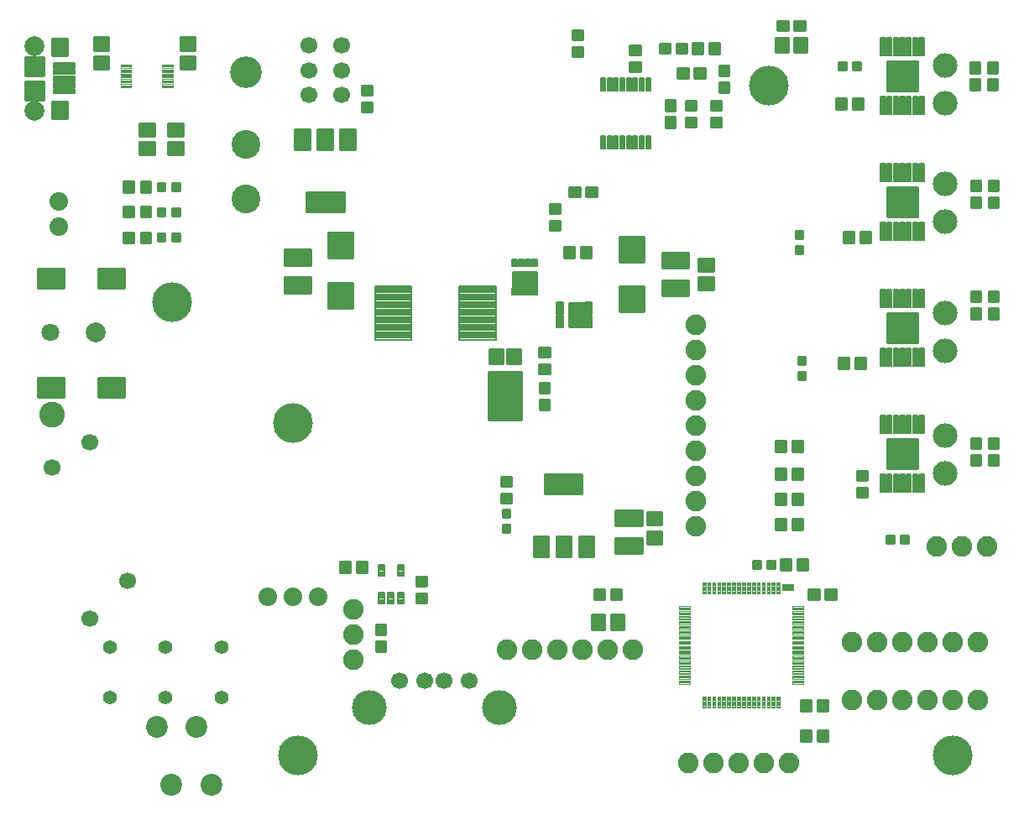
<source format=gts>
G75*
%MOIN*%
%OFA0B0*%
%FSLAX24Y24*%
%IPPOS*%
%LPD*%
%AMOC8*
5,1,8,0,0,1.08239X$1,22.5*
%
%ADD10C,0.1579*%
%ADD11R,0.0500X0.0270*%
%ADD12C,0.0044*%
%ADD13C,0.0098*%
%ADD14C,0.0094*%
%ADD15C,0.0089*%
%ADD16C,0.0087*%
%ADD17C,0.0091*%
%ADD18C,0.0787*%
%ADD19C,0.0059*%
%ADD20C,0.0739*%
%ADD21C,0.0087*%
%ADD22C,0.0087*%
%ADD23C,0.0669*%
%ADD24C,0.0054*%
%ADD25C,0.0076*%
%ADD26C,0.0088*%
%ADD27C,0.0084*%
%ADD28C,0.0041*%
%ADD29C,0.0819*%
%ADD30C,0.0559*%
%ADD31C,0.0079*%
%ADD32C,0.0061*%
%ADD33C,0.0088*%
%ADD34C,0.1142*%
%ADD35C,0.1260*%
%ADD36C,0.0979*%
%ADD37C,0.1378*%
%ADD38C,0.0092*%
%ADD39C,0.0085*%
%ADD40C,0.0069*%
%ADD41C,0.0087*%
%ADD42C,0.0709*%
%ADD43C,0.0866*%
%ADD44C,0.1024*%
D10*
X012639Y002214D03*
X012439Y015414D03*
X007639Y020214D03*
X031339Y028814D03*
X038639Y002214D03*
D11*
X032099Y008889D03*
D12*
X007685Y028754D02*
X007685Y028886D01*
X007685Y028754D02*
X007257Y028754D01*
X007257Y028886D01*
X007685Y028886D01*
X007685Y028797D02*
X007257Y028797D01*
X007257Y028840D02*
X007685Y028840D01*
X007685Y028883D02*
X007257Y028883D01*
X007685Y028951D02*
X007685Y029083D01*
X007685Y028951D02*
X007257Y028951D01*
X007257Y029083D01*
X007685Y029083D01*
X007685Y028994D02*
X007257Y028994D01*
X007257Y029037D02*
X007685Y029037D01*
X007685Y029080D02*
X007257Y029080D01*
X007685Y029148D02*
X007685Y029280D01*
X007685Y029148D02*
X007257Y029148D01*
X007257Y029280D01*
X007685Y029280D01*
X007685Y029191D02*
X007257Y029191D01*
X007257Y029234D02*
X007685Y029234D01*
X007685Y029277D02*
X007257Y029277D01*
X007685Y029345D02*
X007685Y029477D01*
X007685Y029345D02*
X007257Y029345D01*
X007257Y029477D01*
X007685Y029477D01*
X007685Y029388D02*
X007257Y029388D01*
X007257Y029431D02*
X007685Y029431D01*
X007685Y029474D02*
X007257Y029474D01*
X007685Y029541D02*
X007685Y029673D01*
X007685Y029541D02*
X007257Y029541D01*
X007257Y029673D01*
X007685Y029673D01*
X007685Y029584D02*
X007257Y029584D01*
X007257Y029627D02*
X007685Y029627D01*
X007685Y029670D02*
X007257Y029670D01*
X005593Y029673D02*
X005593Y029541D01*
X005593Y029673D02*
X006021Y029673D01*
X006021Y029541D01*
X005593Y029541D01*
X005593Y029584D02*
X006021Y029584D01*
X006021Y029627D02*
X005593Y029627D01*
X005593Y029670D02*
X006021Y029670D01*
X005593Y029477D02*
X005593Y029345D01*
X005593Y029477D02*
X006021Y029477D01*
X006021Y029345D01*
X005593Y029345D01*
X005593Y029388D02*
X006021Y029388D01*
X006021Y029431D02*
X005593Y029431D01*
X005593Y029474D02*
X006021Y029474D01*
X005593Y029280D02*
X005593Y029148D01*
X005593Y029280D02*
X006021Y029280D01*
X006021Y029148D01*
X005593Y029148D01*
X005593Y029191D02*
X006021Y029191D01*
X006021Y029234D02*
X005593Y029234D01*
X005593Y029277D02*
X006021Y029277D01*
X005593Y029083D02*
X005593Y028951D01*
X005593Y029083D02*
X006021Y029083D01*
X006021Y028951D01*
X005593Y028951D01*
X005593Y028994D02*
X006021Y028994D01*
X006021Y029037D02*
X005593Y029037D01*
X005593Y029080D02*
X006021Y029080D01*
X005593Y028886D02*
X005593Y028754D01*
X005593Y028886D02*
X006021Y028886D01*
X006021Y028754D01*
X005593Y028754D01*
X005593Y028797D02*
X006021Y028797D01*
X006021Y028840D02*
X005593Y028840D01*
X005593Y028883D02*
X006021Y028883D01*
D13*
X007357Y024953D02*
X007357Y024657D01*
X007061Y024657D01*
X007061Y024953D01*
X007357Y024953D01*
X007357Y024754D02*
X007061Y024754D01*
X007061Y024851D02*
X007357Y024851D01*
X007357Y024948D02*
X007061Y024948D01*
X007948Y024953D02*
X007948Y024657D01*
X007652Y024657D01*
X007652Y024953D01*
X007948Y024953D01*
X007948Y024754D02*
X007652Y024754D01*
X007652Y024851D02*
X007948Y024851D01*
X007948Y024948D02*
X007652Y024948D01*
X007948Y023969D02*
X007948Y023673D01*
X007652Y023673D01*
X007652Y023969D01*
X007948Y023969D01*
X007948Y023770D02*
X007652Y023770D01*
X007652Y023867D02*
X007948Y023867D01*
X007948Y023964D02*
X007652Y023964D01*
X007357Y023969D02*
X007357Y023673D01*
X007061Y023673D01*
X007061Y023969D01*
X007357Y023969D01*
X007357Y023770D02*
X007061Y023770D01*
X007061Y023867D02*
X007357Y023867D01*
X007357Y023964D02*
X007061Y023964D01*
X007357Y022945D02*
X007357Y022649D01*
X007061Y022649D01*
X007061Y022945D01*
X007357Y022945D01*
X007357Y022746D02*
X007061Y022746D01*
X007061Y022843D02*
X007357Y022843D01*
X007357Y022940D02*
X007061Y022940D01*
X007948Y022945D02*
X007948Y022649D01*
X007652Y022649D01*
X007652Y022945D01*
X007948Y022945D01*
X007948Y022746D02*
X007652Y022746D01*
X007652Y022843D02*
X007948Y022843D01*
X007948Y022940D02*
X007652Y022940D01*
X020758Y011702D02*
X021054Y011702D01*
X020758Y011702D02*
X020758Y011998D01*
X021054Y011998D01*
X021054Y011702D01*
X021054Y011799D02*
X020758Y011799D01*
X020758Y011896D02*
X021054Y011896D01*
X021054Y011993D02*
X020758Y011993D01*
X020758Y011111D02*
X021054Y011111D01*
X020758Y011111D02*
X020758Y011407D01*
X021054Y011407D01*
X021054Y011111D01*
X021054Y011208D02*
X020758Y011208D01*
X020758Y011305D02*
X021054Y011305D01*
X021054Y011402D02*
X020758Y011402D01*
X030991Y009962D02*
X030991Y009666D01*
X030695Y009666D01*
X030695Y009962D01*
X030991Y009962D01*
X030991Y009763D02*
X030695Y009763D01*
X030695Y009860D02*
X030991Y009860D01*
X030991Y009957D02*
X030695Y009957D01*
X031582Y009962D02*
X031582Y009666D01*
X031286Y009666D01*
X031286Y009962D01*
X031582Y009962D01*
X031582Y009763D02*
X031286Y009763D01*
X031286Y009860D02*
X031582Y009860D01*
X031582Y009957D02*
X031286Y009957D01*
X035995Y010666D02*
X035995Y010962D01*
X036291Y010962D01*
X036291Y010666D01*
X035995Y010666D01*
X035995Y010763D02*
X036291Y010763D01*
X036291Y010860D02*
X035995Y010860D01*
X035995Y010957D02*
X036291Y010957D01*
X036586Y010962D02*
X036586Y010666D01*
X036586Y010962D02*
X036882Y010962D01*
X036882Y010666D01*
X036586Y010666D01*
X036586Y010763D02*
X036882Y010763D01*
X036882Y010860D02*
X036586Y010860D01*
X036586Y010957D02*
X036882Y010957D01*
X032787Y017170D02*
X032491Y017170D01*
X032491Y017466D01*
X032787Y017466D01*
X032787Y017170D01*
X032787Y017267D02*
X032491Y017267D01*
X032491Y017364D02*
X032787Y017364D01*
X032787Y017461D02*
X032491Y017461D01*
X032491Y017761D02*
X032787Y017761D01*
X032491Y017761D02*
X032491Y018057D01*
X032787Y018057D01*
X032787Y017761D01*
X032787Y017858D02*
X032491Y017858D01*
X032491Y017955D02*
X032787Y017955D01*
X032787Y018052D02*
X032491Y018052D01*
X032391Y022170D02*
X032687Y022170D01*
X032391Y022170D02*
X032391Y022466D01*
X032687Y022466D01*
X032687Y022170D01*
X032687Y022267D02*
X032391Y022267D01*
X032391Y022364D02*
X032687Y022364D01*
X032687Y022461D02*
X032391Y022461D01*
X032391Y022761D02*
X032687Y022761D01*
X032391Y022761D02*
X032391Y023057D01*
X032687Y023057D01*
X032687Y022761D01*
X032687Y022858D02*
X032391Y022858D01*
X032391Y022955D02*
X032687Y022955D01*
X032687Y023052D02*
X032391Y023052D01*
X034391Y029466D02*
X034391Y029762D01*
X034391Y029466D02*
X034095Y029466D01*
X034095Y029762D01*
X034391Y029762D01*
X034391Y029563D02*
X034095Y029563D01*
X034095Y029660D02*
X034391Y029660D01*
X034391Y029757D02*
X034095Y029757D01*
X034982Y029762D02*
X034982Y029466D01*
X034686Y029466D01*
X034686Y029762D01*
X034982Y029762D01*
X034982Y029563D02*
X034686Y029563D01*
X034686Y029660D02*
X034982Y029660D01*
X034982Y029757D02*
X034686Y029757D01*
D14*
X034684Y027905D02*
X035062Y027905D01*
X034684Y027905D02*
X034684Y028323D01*
X035062Y028323D01*
X035062Y027905D01*
X035062Y027998D02*
X034684Y027998D01*
X034684Y028091D02*
X035062Y028091D01*
X035062Y028184D02*
X034684Y028184D01*
X034684Y028277D02*
X035062Y028277D01*
X034393Y027905D02*
X034015Y027905D01*
X034015Y028323D01*
X034393Y028323D01*
X034393Y027905D01*
X034393Y027998D02*
X034015Y027998D01*
X034015Y028091D02*
X034393Y028091D01*
X034393Y028184D02*
X034015Y028184D01*
X034015Y028277D02*
X034393Y028277D01*
X032773Y031411D02*
X032355Y031411D01*
X032773Y031411D02*
X032773Y031033D01*
X032355Y031033D01*
X032355Y031411D01*
X032355Y031126D02*
X032773Y031126D01*
X032773Y031219D02*
X032355Y031219D01*
X032355Y031312D02*
X032773Y031312D01*
X032773Y031405D02*
X032355Y031405D01*
X032103Y031411D02*
X031685Y031411D01*
X032103Y031411D02*
X032103Y031033D01*
X031685Y031033D01*
X031685Y031411D01*
X031685Y031126D02*
X032103Y031126D01*
X032103Y031219D02*
X031685Y031219D01*
X031685Y031312D02*
X032103Y031312D01*
X032103Y031405D02*
X031685Y031405D01*
X029362Y030523D02*
X028984Y030523D01*
X029362Y030523D02*
X029362Y030105D01*
X028984Y030105D01*
X028984Y030523D01*
X028984Y030198D02*
X029362Y030198D01*
X029362Y030291D02*
X028984Y030291D01*
X028984Y030384D02*
X029362Y030384D01*
X029362Y030477D02*
X028984Y030477D01*
X028693Y030523D02*
X028315Y030523D01*
X028693Y030523D02*
X028693Y030105D01*
X028315Y030105D01*
X028315Y030523D01*
X028315Y030198D02*
X028693Y030198D01*
X028693Y030291D02*
X028315Y030291D01*
X028315Y030384D02*
X028693Y030384D01*
X028693Y030477D02*
X028315Y030477D01*
X028088Y030128D02*
X027670Y030128D01*
X027670Y030506D01*
X028088Y030506D01*
X028088Y030128D01*
X028088Y030221D02*
X027670Y030221D01*
X027670Y030314D02*
X028088Y030314D01*
X028088Y030407D02*
X027670Y030407D01*
X027670Y030500D02*
X028088Y030500D01*
X027418Y030128D02*
X027000Y030128D01*
X027000Y030506D01*
X027418Y030506D01*
X027418Y030128D01*
X027418Y030221D02*
X027000Y030221D01*
X027000Y030314D02*
X027418Y030314D01*
X027418Y030407D02*
X027000Y030407D01*
X027000Y030500D02*
X027418Y030500D01*
X026228Y030437D02*
X026228Y030059D01*
X025810Y030059D01*
X025810Y030437D01*
X026228Y030437D01*
X026228Y030152D02*
X025810Y030152D01*
X025810Y030245D02*
X026228Y030245D01*
X026228Y030338D02*
X025810Y030338D01*
X025810Y030431D02*
X026228Y030431D01*
X026228Y029768D02*
X026228Y029390D01*
X025810Y029390D01*
X025810Y029768D01*
X026228Y029768D01*
X026228Y029483D02*
X025810Y029483D01*
X025810Y029576D02*
X026228Y029576D01*
X026228Y029669D02*
X025810Y029669D01*
X025810Y029762D02*
X026228Y029762D01*
X027709Y029144D02*
X028127Y029144D01*
X027709Y029144D02*
X027709Y029522D01*
X028127Y029522D01*
X028127Y029144D01*
X028127Y029237D02*
X027709Y029237D01*
X027709Y029330D02*
X028127Y029330D01*
X028127Y029423D02*
X027709Y029423D01*
X027709Y029516D02*
X028127Y029516D01*
X028378Y029144D02*
X028796Y029144D01*
X028378Y029144D02*
X028378Y029522D01*
X028796Y029522D01*
X028796Y029144D01*
X028796Y029237D02*
X028378Y029237D01*
X028378Y029330D02*
X028796Y029330D01*
X028796Y029423D02*
X028378Y029423D01*
X028378Y029516D02*
X028796Y029516D01*
X029363Y029640D02*
X029363Y029222D01*
X029363Y029640D02*
X029741Y029640D01*
X029741Y029222D01*
X029363Y029222D01*
X029363Y029315D02*
X029741Y029315D01*
X029741Y029408D02*
X029363Y029408D01*
X029363Y029501D02*
X029741Y029501D01*
X029741Y029594D02*
X029363Y029594D01*
X029363Y028971D02*
X029363Y028553D01*
X029363Y028971D02*
X029741Y028971D01*
X029741Y028553D01*
X029363Y028553D01*
X029363Y028646D02*
X029741Y028646D01*
X029741Y028739D02*
X029363Y028739D01*
X029363Y028832D02*
X029741Y028832D01*
X029741Y028925D02*
X029363Y028925D01*
X029030Y028237D02*
X029030Y027859D01*
X029030Y028237D02*
X029448Y028237D01*
X029448Y027859D01*
X029030Y027859D01*
X029030Y027952D02*
X029448Y027952D01*
X029448Y028045D02*
X029030Y028045D01*
X029030Y028138D02*
X029448Y028138D01*
X029448Y028231D02*
X029030Y028231D01*
X028030Y028237D02*
X028030Y027859D01*
X028030Y028237D02*
X028448Y028237D01*
X028448Y027859D01*
X028030Y027859D01*
X028030Y027952D02*
X028448Y027952D01*
X028448Y028045D02*
X028030Y028045D01*
X028030Y028138D02*
X028448Y028138D01*
X028448Y028231D02*
X028030Y028231D01*
X027615Y028262D02*
X027615Y027844D01*
X027237Y027844D01*
X027237Y028262D01*
X027615Y028262D01*
X027615Y027937D02*
X027237Y027937D01*
X027237Y028030D02*
X027615Y028030D01*
X027615Y028123D02*
X027237Y028123D01*
X027237Y028216D02*
X027615Y028216D01*
X027615Y027593D02*
X027615Y027175D01*
X027237Y027175D01*
X027237Y027593D01*
X027615Y027593D01*
X027615Y027268D02*
X027237Y027268D01*
X027237Y027361D02*
X027615Y027361D01*
X027615Y027454D02*
X027237Y027454D01*
X027237Y027547D02*
X027615Y027547D01*
X028030Y027568D02*
X028030Y027190D01*
X028030Y027568D02*
X028448Y027568D01*
X028448Y027190D01*
X028030Y027190D01*
X028030Y027283D02*
X028448Y027283D01*
X028448Y027376D02*
X028030Y027376D01*
X028030Y027469D02*
X028448Y027469D01*
X028448Y027562D02*
X028030Y027562D01*
X029030Y027568D02*
X029030Y027190D01*
X029030Y027568D02*
X029448Y027568D01*
X029448Y027190D01*
X029030Y027190D01*
X029030Y027283D02*
X029448Y027283D01*
X029448Y027376D02*
X029030Y027376D01*
X029030Y027469D02*
X029448Y027469D01*
X029448Y027562D02*
X029030Y027562D01*
X024505Y024419D02*
X024087Y024419D01*
X024087Y024797D01*
X024505Y024797D01*
X024505Y024419D01*
X024505Y024512D02*
X024087Y024512D01*
X024087Y024605D02*
X024505Y024605D01*
X024505Y024698D02*
X024087Y024698D01*
X024087Y024791D02*
X024505Y024791D01*
X023836Y024419D02*
X023418Y024419D01*
X023418Y024797D01*
X023836Y024797D01*
X023836Y024419D01*
X023836Y024512D02*
X023418Y024512D01*
X023418Y024605D02*
X023836Y024605D01*
X023836Y024698D02*
X023418Y024698D01*
X023418Y024791D02*
X023836Y024791D01*
X022630Y024137D02*
X022630Y023759D01*
X022630Y024137D02*
X023048Y024137D01*
X023048Y023759D01*
X022630Y023759D01*
X022630Y023852D02*
X023048Y023852D01*
X023048Y023945D02*
X022630Y023945D01*
X022630Y024038D02*
X023048Y024038D01*
X023048Y024131D02*
X022630Y024131D01*
X022630Y023468D02*
X022630Y023090D01*
X022630Y023468D02*
X023048Y023468D01*
X023048Y023090D01*
X022630Y023090D01*
X022630Y023183D02*
X023048Y023183D01*
X023048Y023276D02*
X022630Y023276D01*
X022630Y023369D02*
X023048Y023369D01*
X023048Y023462D02*
X022630Y023462D01*
X023215Y022423D02*
X023593Y022423D01*
X023593Y022005D01*
X023215Y022005D01*
X023215Y022423D01*
X023215Y022098D02*
X023593Y022098D01*
X023593Y022191D02*
X023215Y022191D01*
X023215Y022284D02*
X023593Y022284D01*
X023593Y022377D02*
X023215Y022377D01*
X023884Y022423D02*
X024262Y022423D01*
X024262Y022005D01*
X023884Y022005D01*
X023884Y022423D01*
X023884Y022098D02*
X024262Y022098D01*
X024262Y022191D02*
X023884Y022191D01*
X023884Y022284D02*
X024262Y022284D01*
X024262Y022377D02*
X023884Y022377D01*
X022635Y018439D02*
X022635Y018061D01*
X022217Y018061D01*
X022217Y018439D01*
X022635Y018439D01*
X022635Y018154D02*
X022217Y018154D01*
X022217Y018247D02*
X022635Y018247D01*
X022635Y018340D02*
X022217Y018340D01*
X022217Y018433D02*
X022635Y018433D01*
X022635Y017770D02*
X022635Y017392D01*
X022217Y017392D01*
X022217Y017770D01*
X022635Y017770D01*
X022635Y017485D02*
X022217Y017485D01*
X022217Y017578D02*
X022635Y017578D01*
X022635Y017671D02*
X022217Y017671D01*
X022217Y017764D02*
X022635Y017764D01*
X022237Y017042D02*
X022237Y016624D01*
X022237Y017042D02*
X022615Y017042D01*
X022615Y016624D01*
X022237Y016624D01*
X022237Y016717D02*
X022615Y016717D01*
X022615Y016810D02*
X022237Y016810D01*
X022237Y016903D02*
X022615Y016903D01*
X022615Y016996D02*
X022237Y016996D01*
X022237Y016372D02*
X022237Y015954D01*
X022237Y016372D02*
X022615Y016372D01*
X022615Y015954D01*
X022237Y015954D01*
X022237Y016047D02*
X022615Y016047D01*
X022615Y016140D02*
X022237Y016140D01*
X022237Y016233D02*
X022615Y016233D01*
X022615Y016326D02*
X022237Y016326D01*
X021115Y013310D02*
X021115Y012932D01*
X020697Y012932D01*
X020697Y013310D01*
X021115Y013310D01*
X021115Y013025D02*
X020697Y013025D01*
X020697Y013118D02*
X021115Y013118D01*
X021115Y013211D02*
X020697Y013211D01*
X020697Y013304D02*
X021115Y013304D01*
X021115Y012641D02*
X021115Y012263D01*
X020697Y012263D01*
X020697Y012641D01*
X021115Y012641D01*
X021115Y012356D02*
X020697Y012356D01*
X020697Y012449D02*
X021115Y012449D01*
X021115Y012542D02*
X020697Y012542D01*
X020697Y012635D02*
X021115Y012635D01*
X017748Y009337D02*
X017748Y008959D01*
X017330Y008959D01*
X017330Y009337D01*
X017748Y009337D01*
X017748Y009052D02*
X017330Y009052D01*
X017330Y009145D02*
X017748Y009145D01*
X017748Y009238D02*
X017330Y009238D01*
X017330Y009331D02*
X017748Y009331D01*
X017748Y008668D02*
X017748Y008290D01*
X017330Y008290D01*
X017330Y008668D01*
X017748Y008668D01*
X017748Y008383D02*
X017330Y008383D01*
X017330Y008476D02*
X017748Y008476D01*
X017748Y008569D02*
X017330Y008569D01*
X017330Y008662D02*
X017748Y008662D01*
X015741Y007435D02*
X015741Y007017D01*
X015741Y007435D02*
X016119Y007435D01*
X016119Y007017D01*
X015741Y007017D01*
X015741Y007110D02*
X016119Y007110D01*
X016119Y007203D02*
X015741Y007203D01*
X015741Y007296D02*
X016119Y007296D01*
X016119Y007389D02*
X015741Y007389D01*
X015741Y006766D02*
X015741Y006348D01*
X015741Y006766D02*
X016119Y006766D01*
X016119Y006348D01*
X015741Y006348D01*
X015741Y006441D02*
X016119Y006441D01*
X016119Y006534D02*
X015741Y006534D01*
X015741Y006627D02*
X016119Y006627D01*
X016119Y006720D02*
X015741Y006720D01*
X015362Y009505D02*
X014984Y009505D01*
X014984Y009923D01*
X015362Y009923D01*
X015362Y009505D01*
X015362Y009598D02*
X014984Y009598D01*
X014984Y009691D02*
X015362Y009691D01*
X015362Y009784D02*
X014984Y009784D01*
X014984Y009877D02*
X015362Y009877D01*
X014693Y009505D02*
X014315Y009505D01*
X014315Y009923D01*
X014693Y009923D01*
X014693Y009505D01*
X014693Y009598D02*
X014315Y009598D01*
X014315Y009691D02*
X014693Y009691D01*
X014693Y009784D02*
X014315Y009784D01*
X014315Y009877D02*
X014693Y009877D01*
X024402Y008813D02*
X024820Y008813D01*
X024820Y008435D01*
X024402Y008435D01*
X024402Y008813D01*
X024402Y008528D02*
X024820Y008528D01*
X024820Y008621D02*
X024402Y008621D01*
X024402Y008714D02*
X024820Y008714D01*
X024820Y008807D02*
X024402Y008807D01*
X025071Y008813D02*
X025489Y008813D01*
X025489Y008435D01*
X025071Y008435D01*
X025071Y008813D01*
X025071Y008528D02*
X025489Y008528D01*
X025489Y008621D02*
X025071Y008621D01*
X025071Y008714D02*
X025489Y008714D01*
X025489Y008807D02*
X025071Y008807D01*
X031815Y010023D02*
X032193Y010023D01*
X032193Y009605D01*
X031815Y009605D01*
X031815Y010023D01*
X031815Y009698D02*
X032193Y009698D01*
X032193Y009791D02*
X031815Y009791D01*
X031815Y009884D02*
X032193Y009884D01*
X032193Y009977D02*
X031815Y009977D01*
X032484Y010023D02*
X032862Y010023D01*
X032862Y009605D01*
X032484Y009605D01*
X032484Y010023D01*
X032484Y009698D02*
X032862Y009698D01*
X032862Y009791D02*
X032484Y009791D01*
X032484Y009884D02*
X032862Y009884D01*
X032862Y009977D02*
X032484Y009977D01*
X032906Y008435D02*
X033324Y008435D01*
X032906Y008435D02*
X032906Y008813D01*
X033324Y008813D01*
X033324Y008435D01*
X033324Y008528D02*
X032906Y008528D01*
X032906Y008621D02*
X033324Y008621D01*
X033324Y008714D02*
X032906Y008714D01*
X032906Y008807D02*
X033324Y008807D01*
X033575Y008435D02*
X033993Y008435D01*
X033575Y008435D02*
X033575Y008813D01*
X033993Y008813D01*
X033993Y008435D01*
X033993Y008528D02*
X033575Y008528D01*
X033575Y008621D02*
X033993Y008621D01*
X033993Y008714D02*
X033575Y008714D01*
X033575Y008807D02*
X033993Y008807D01*
X032662Y011205D02*
X032284Y011205D01*
X032284Y011623D01*
X032662Y011623D01*
X032662Y011205D01*
X032662Y011298D02*
X032284Y011298D01*
X032284Y011391D02*
X032662Y011391D01*
X032662Y011484D02*
X032284Y011484D01*
X032284Y011577D02*
X032662Y011577D01*
X031993Y011205D02*
X031615Y011205D01*
X031615Y011623D01*
X031993Y011623D01*
X031993Y011205D01*
X031993Y011298D02*
X031615Y011298D01*
X031615Y011391D02*
X031993Y011391D01*
X031993Y011484D02*
X031615Y011484D01*
X031615Y011577D02*
X031993Y011577D01*
X031993Y012205D02*
X031615Y012205D01*
X031615Y012623D01*
X031993Y012623D01*
X031993Y012205D01*
X031993Y012298D02*
X031615Y012298D01*
X031615Y012391D02*
X031993Y012391D01*
X031993Y012484D02*
X031615Y012484D01*
X031615Y012577D02*
X031993Y012577D01*
X032284Y012205D02*
X032662Y012205D01*
X032284Y012205D02*
X032284Y012623D01*
X032662Y012623D01*
X032662Y012205D01*
X032662Y012298D02*
X032284Y012298D01*
X032284Y012391D02*
X032662Y012391D01*
X032662Y012484D02*
X032284Y012484D01*
X032284Y012577D02*
X032662Y012577D01*
X032662Y013205D02*
X032284Y013205D01*
X032284Y013623D01*
X032662Y013623D01*
X032662Y013205D01*
X032662Y013298D02*
X032284Y013298D01*
X032284Y013391D02*
X032662Y013391D01*
X032662Y013484D02*
X032284Y013484D01*
X032284Y013577D02*
X032662Y013577D01*
X031993Y013205D02*
X031615Y013205D01*
X031615Y013623D01*
X031993Y013623D01*
X031993Y013205D01*
X031993Y013298D02*
X031615Y013298D01*
X031615Y013391D02*
X031993Y013391D01*
X031993Y013484D02*
X031615Y013484D01*
X031615Y013577D02*
X031993Y013577D01*
X031993Y014305D02*
X031615Y014305D01*
X031615Y014723D01*
X031993Y014723D01*
X031993Y014305D01*
X031993Y014398D02*
X031615Y014398D01*
X031615Y014491D02*
X031993Y014491D01*
X031993Y014584D02*
X031615Y014584D01*
X031615Y014677D02*
X031993Y014677D01*
X032284Y014305D02*
X032662Y014305D01*
X032284Y014305D02*
X032284Y014723D01*
X032662Y014723D01*
X032662Y014305D01*
X032662Y014398D02*
X032284Y014398D01*
X032284Y014491D02*
X032662Y014491D01*
X032662Y014584D02*
X032284Y014584D01*
X032284Y014677D02*
X032662Y014677D01*
X034830Y013537D02*
X034830Y013159D01*
X034830Y013537D02*
X035248Y013537D01*
X035248Y013159D01*
X034830Y013159D01*
X034830Y013252D02*
X035248Y013252D01*
X035248Y013345D02*
X034830Y013345D01*
X034830Y013438D02*
X035248Y013438D01*
X035248Y013531D02*
X034830Y013531D01*
X034830Y012868D02*
X034830Y012490D01*
X034830Y012868D02*
X035248Y012868D01*
X035248Y012490D01*
X034830Y012490D01*
X034830Y012583D02*
X035248Y012583D01*
X035248Y012676D02*
X034830Y012676D01*
X034830Y012769D02*
X035248Y012769D01*
X035248Y012862D02*
X034830Y012862D01*
X039363Y013750D02*
X039363Y014168D01*
X039741Y014168D01*
X039741Y013750D01*
X039363Y013750D01*
X039363Y013843D02*
X039741Y013843D01*
X039741Y013936D02*
X039363Y013936D01*
X039363Y014029D02*
X039741Y014029D01*
X039741Y014122D02*
X039363Y014122D01*
X039363Y014419D02*
X039363Y014837D01*
X039741Y014837D01*
X039741Y014419D01*
X039363Y014419D01*
X039363Y014512D02*
X039741Y014512D01*
X039741Y014605D02*
X039363Y014605D01*
X039363Y014698D02*
X039741Y014698D01*
X039741Y014791D02*
X039363Y014791D01*
X040072Y014837D02*
X040072Y014419D01*
X040072Y014837D02*
X040450Y014837D01*
X040450Y014419D01*
X040072Y014419D01*
X040072Y014512D02*
X040450Y014512D01*
X040450Y014605D02*
X040072Y014605D01*
X040072Y014698D02*
X040450Y014698D01*
X040450Y014791D02*
X040072Y014791D01*
X040072Y014168D02*
X040072Y013750D01*
X040072Y014168D02*
X040450Y014168D01*
X040450Y013750D01*
X040072Y013750D01*
X040072Y013843D02*
X040450Y013843D01*
X040450Y013936D02*
X040072Y013936D01*
X040072Y014029D02*
X040450Y014029D01*
X040450Y014122D02*
X040072Y014122D01*
X035162Y017605D02*
X034784Y017605D01*
X034784Y018023D01*
X035162Y018023D01*
X035162Y017605D01*
X035162Y017698D02*
X034784Y017698D01*
X034784Y017791D02*
X035162Y017791D01*
X035162Y017884D02*
X034784Y017884D01*
X034784Y017977D02*
X035162Y017977D01*
X034493Y017605D02*
X034115Y017605D01*
X034115Y018023D01*
X034493Y018023D01*
X034493Y017605D01*
X034493Y017698D02*
X034115Y017698D01*
X034115Y017791D02*
X034493Y017791D01*
X034493Y017884D02*
X034115Y017884D01*
X034115Y017977D02*
X034493Y017977D01*
X039363Y019576D02*
X039363Y019994D01*
X039741Y019994D01*
X039741Y019576D01*
X039363Y019576D01*
X039363Y019669D02*
X039741Y019669D01*
X039741Y019762D02*
X039363Y019762D01*
X039363Y019855D02*
X039741Y019855D01*
X039741Y019948D02*
X039363Y019948D01*
X039363Y020246D02*
X039363Y020664D01*
X039741Y020664D01*
X039741Y020246D01*
X039363Y020246D01*
X039363Y020339D02*
X039741Y020339D01*
X039741Y020432D02*
X039363Y020432D01*
X039363Y020525D02*
X039741Y020525D01*
X039741Y020618D02*
X039363Y020618D01*
X040072Y020664D02*
X040072Y020246D01*
X040072Y020664D02*
X040450Y020664D01*
X040450Y020246D01*
X040072Y020246D01*
X040072Y020339D02*
X040450Y020339D01*
X040450Y020432D02*
X040072Y020432D01*
X040072Y020525D02*
X040450Y020525D01*
X040450Y020618D02*
X040072Y020618D01*
X040072Y019994D02*
X040072Y019576D01*
X040072Y019994D02*
X040450Y019994D01*
X040450Y019576D01*
X040072Y019576D01*
X040072Y019669D02*
X040450Y019669D01*
X040450Y019762D02*
X040072Y019762D01*
X040072Y019855D02*
X040450Y019855D01*
X040450Y019948D02*
X040072Y019948D01*
X035362Y022605D02*
X034984Y022605D01*
X034984Y023023D01*
X035362Y023023D01*
X035362Y022605D01*
X035362Y022698D02*
X034984Y022698D01*
X034984Y022791D02*
X035362Y022791D01*
X035362Y022884D02*
X034984Y022884D01*
X034984Y022977D02*
X035362Y022977D01*
X034693Y022605D02*
X034315Y022605D01*
X034315Y023023D01*
X034693Y023023D01*
X034693Y022605D01*
X034693Y022698D02*
X034315Y022698D01*
X034315Y022791D02*
X034693Y022791D01*
X034693Y022884D02*
X034315Y022884D01*
X034315Y022977D02*
X034693Y022977D01*
X039363Y023986D02*
X039363Y024404D01*
X039741Y024404D01*
X039741Y023986D01*
X039363Y023986D01*
X039363Y024079D02*
X039741Y024079D01*
X039741Y024172D02*
X039363Y024172D01*
X039363Y024265D02*
X039741Y024265D01*
X039741Y024358D02*
X039363Y024358D01*
X039363Y024655D02*
X039363Y025073D01*
X039741Y025073D01*
X039741Y024655D01*
X039363Y024655D01*
X039363Y024748D02*
X039741Y024748D01*
X039741Y024841D02*
X039363Y024841D01*
X039363Y024934D02*
X039741Y024934D01*
X039741Y025027D02*
X039363Y025027D01*
X040072Y025073D02*
X040072Y024655D01*
X040072Y025073D02*
X040450Y025073D01*
X040450Y024655D01*
X040072Y024655D01*
X040072Y024748D02*
X040450Y024748D01*
X040450Y024841D02*
X040072Y024841D01*
X040072Y024934D02*
X040450Y024934D01*
X040450Y025027D02*
X040072Y025027D01*
X040072Y024404D02*
X040072Y023986D01*
X040072Y024404D02*
X040450Y024404D01*
X040450Y023986D01*
X040072Y023986D01*
X040072Y024079D02*
X040450Y024079D01*
X040450Y024172D02*
X040072Y024172D01*
X040072Y024265D02*
X040450Y024265D01*
X040450Y024358D02*
X040072Y024358D01*
X040032Y028671D02*
X040032Y029089D01*
X040410Y029089D01*
X040410Y028671D01*
X040032Y028671D01*
X040032Y028764D02*
X040410Y028764D01*
X040410Y028857D02*
X040032Y028857D01*
X040032Y028950D02*
X040410Y028950D01*
X040410Y029043D02*
X040032Y029043D01*
X040032Y029340D02*
X040032Y029758D01*
X040410Y029758D01*
X040410Y029340D01*
X040032Y029340D01*
X040032Y029433D02*
X040410Y029433D01*
X040410Y029526D02*
X040032Y029526D01*
X040032Y029619D02*
X040410Y029619D01*
X040410Y029712D02*
X040032Y029712D01*
X039324Y029758D02*
X039324Y029340D01*
X039324Y029758D02*
X039702Y029758D01*
X039702Y029340D01*
X039324Y029340D01*
X039324Y029433D02*
X039702Y029433D01*
X039702Y029526D02*
X039324Y029526D01*
X039324Y029619D02*
X039702Y029619D01*
X039702Y029712D02*
X039324Y029712D01*
X039324Y029089D02*
X039324Y028671D01*
X039324Y029089D02*
X039702Y029089D01*
X039702Y028671D01*
X039324Y028671D01*
X039324Y028764D02*
X039702Y028764D01*
X039702Y028857D02*
X039324Y028857D01*
X039324Y028950D02*
X039702Y028950D01*
X039702Y029043D02*
X039324Y029043D01*
X023530Y029990D02*
X023530Y030368D01*
X023948Y030368D01*
X023948Y029990D01*
X023530Y029990D01*
X023530Y030083D02*
X023948Y030083D01*
X023948Y030176D02*
X023530Y030176D01*
X023530Y030269D02*
X023948Y030269D01*
X023948Y030362D02*
X023530Y030362D01*
X023530Y030659D02*
X023530Y031037D01*
X023948Y031037D01*
X023948Y030659D01*
X023530Y030659D01*
X023530Y030752D02*
X023948Y030752D01*
X023948Y030845D02*
X023530Y030845D01*
X023530Y030938D02*
X023948Y030938D01*
X023948Y031031D02*
X023530Y031031D01*
X015160Y028827D02*
X015160Y028449D01*
X015160Y028827D02*
X015578Y028827D01*
X015578Y028449D01*
X015160Y028449D01*
X015160Y028542D02*
X015578Y028542D01*
X015578Y028635D02*
X015160Y028635D01*
X015160Y028728D02*
X015578Y028728D01*
X015578Y028821D02*
X015160Y028821D01*
X015160Y028158D02*
X015160Y027780D01*
X015160Y028158D02*
X015578Y028158D01*
X015578Y027780D01*
X015160Y027780D01*
X015160Y027873D02*
X015578Y027873D01*
X015578Y027966D02*
X015160Y027966D01*
X015160Y028059D02*
X015578Y028059D01*
X015578Y028152D02*
X015160Y028152D01*
X006769Y025014D02*
X006391Y025014D01*
X006769Y025014D02*
X006769Y024596D01*
X006391Y024596D01*
X006391Y025014D01*
X006391Y024689D02*
X006769Y024689D01*
X006769Y024782D02*
X006391Y024782D01*
X006391Y024875D02*
X006769Y024875D01*
X006769Y024968D02*
X006391Y024968D01*
X006099Y025014D02*
X005721Y025014D01*
X006099Y025014D02*
X006099Y024596D01*
X005721Y024596D01*
X005721Y025014D01*
X005721Y024689D02*
X006099Y024689D01*
X006099Y024782D02*
X005721Y024782D01*
X005721Y024875D02*
X006099Y024875D01*
X006099Y024968D02*
X005721Y024968D01*
X005721Y024030D02*
X006099Y024030D01*
X006099Y023612D01*
X005721Y023612D01*
X005721Y024030D01*
X005721Y023705D02*
X006099Y023705D01*
X006099Y023798D02*
X005721Y023798D01*
X005721Y023891D02*
X006099Y023891D01*
X006099Y023984D02*
X005721Y023984D01*
X006391Y024030D02*
X006769Y024030D01*
X006769Y023612D01*
X006391Y023612D01*
X006391Y024030D01*
X006391Y023705D02*
X006769Y023705D01*
X006769Y023798D02*
X006391Y023798D01*
X006391Y023891D02*
X006769Y023891D01*
X006769Y023984D02*
X006391Y023984D01*
X006391Y023006D02*
X006769Y023006D01*
X006769Y022588D01*
X006391Y022588D01*
X006391Y023006D01*
X006391Y022681D02*
X006769Y022681D01*
X006769Y022774D02*
X006391Y022774D01*
X006391Y022867D02*
X006769Y022867D01*
X006769Y022960D02*
X006391Y022960D01*
X006099Y023006D02*
X005721Y023006D01*
X006099Y023006D02*
X006099Y022588D01*
X005721Y022588D01*
X005721Y023006D01*
X005721Y022681D02*
X006099Y022681D01*
X006099Y022774D02*
X005721Y022774D01*
X005721Y022867D02*
X006099Y022867D01*
X006099Y022960D02*
X005721Y022960D01*
X032615Y004005D02*
X032993Y004005D01*
X032615Y004005D02*
X032615Y004423D01*
X032993Y004423D01*
X032993Y004005D01*
X032993Y004098D02*
X032615Y004098D01*
X032615Y004191D02*
X032993Y004191D01*
X032993Y004284D02*
X032615Y004284D01*
X032615Y004377D02*
X032993Y004377D01*
X033284Y004005D02*
X033662Y004005D01*
X033284Y004005D02*
X033284Y004423D01*
X033662Y004423D01*
X033662Y004005D01*
X033662Y004098D02*
X033284Y004098D01*
X033284Y004191D02*
X033662Y004191D01*
X033662Y004284D02*
X033284Y004284D01*
X033284Y004377D02*
X033662Y004377D01*
X033662Y003223D02*
X033284Y003223D01*
X033662Y003223D02*
X033662Y002805D01*
X033284Y002805D01*
X033284Y003223D01*
X033284Y002898D02*
X033662Y002898D01*
X033662Y002991D02*
X033284Y002991D01*
X033284Y003084D02*
X033662Y003084D01*
X033662Y003177D02*
X033284Y003177D01*
X032993Y003223D02*
X032615Y003223D01*
X032993Y003223D02*
X032993Y002805D01*
X032615Y002805D01*
X032615Y003223D01*
X032615Y002898D02*
X032993Y002898D01*
X032993Y002991D02*
X032615Y002991D01*
X032615Y003084D02*
X032993Y003084D01*
X032993Y003177D02*
X032615Y003177D01*
D15*
X025571Y007812D02*
X025069Y007812D01*
X025571Y007812D02*
X025571Y007232D01*
X025069Y007232D01*
X025069Y007812D01*
X025069Y007320D02*
X025571Y007320D01*
X025571Y007408D02*
X025069Y007408D01*
X025069Y007496D02*
X025571Y007496D01*
X025571Y007584D02*
X025069Y007584D01*
X025069Y007672D02*
X025571Y007672D01*
X025571Y007760D02*
X025069Y007760D01*
X024823Y007812D02*
X024321Y007812D01*
X024823Y007812D02*
X024823Y007232D01*
X024321Y007232D01*
X024321Y007812D01*
X024321Y007320D02*
X024823Y007320D01*
X024823Y007408D02*
X024321Y007408D01*
X024321Y007496D02*
X024823Y007496D01*
X024823Y007584D02*
X024321Y007584D01*
X024321Y007672D02*
X024823Y007672D01*
X024823Y007760D02*
X024321Y007760D01*
X026506Y010637D02*
X026506Y011139D01*
X027086Y011139D01*
X027086Y010637D01*
X026506Y010637D01*
X026506Y010725D02*
X027086Y010725D01*
X027086Y010813D02*
X026506Y010813D01*
X026506Y010901D02*
X027086Y010901D01*
X027086Y010989D02*
X026506Y010989D01*
X026506Y011077D02*
X027086Y011077D01*
X026506Y011385D02*
X026506Y011887D01*
X027086Y011887D01*
X027086Y011385D01*
X026506Y011385D01*
X026506Y011473D02*
X027086Y011473D01*
X027086Y011561D02*
X026506Y011561D01*
X026506Y011649D02*
X027086Y011649D01*
X027086Y011737D02*
X026506Y011737D01*
X026506Y011825D02*
X027086Y011825D01*
X029133Y020715D02*
X029133Y021217D01*
X029133Y020715D02*
X028553Y020715D01*
X028553Y021217D01*
X029133Y021217D01*
X029133Y020803D02*
X028553Y020803D01*
X028553Y020891D02*
X029133Y020891D01*
X029133Y020979D02*
X028553Y020979D01*
X028553Y021067D02*
X029133Y021067D01*
X029133Y021155D02*
X028553Y021155D01*
X029133Y021464D02*
X029133Y021966D01*
X029133Y021464D02*
X028553Y021464D01*
X028553Y021966D01*
X029133Y021966D01*
X029133Y021552D02*
X028553Y021552D01*
X028553Y021640D02*
X029133Y021640D01*
X029133Y021728D02*
X028553Y021728D01*
X028553Y021816D02*
X029133Y021816D01*
X029133Y021904D02*
X028553Y021904D01*
X031604Y030725D02*
X032106Y030725D01*
X032106Y030145D01*
X031604Y030145D01*
X031604Y030725D01*
X031604Y030233D02*
X032106Y030233D01*
X032106Y030321D02*
X031604Y030321D01*
X031604Y030409D02*
X032106Y030409D01*
X032106Y030497D02*
X031604Y030497D01*
X031604Y030585D02*
X032106Y030585D01*
X032106Y030673D02*
X031604Y030673D01*
X032352Y030725D02*
X032854Y030725D01*
X032854Y030145D01*
X032352Y030145D01*
X032352Y030725D01*
X032352Y030233D02*
X032854Y030233D01*
X032854Y030321D02*
X032352Y030321D01*
X032352Y030409D02*
X032854Y030409D01*
X032854Y030497D02*
X032352Y030497D01*
X032352Y030585D02*
X032854Y030585D01*
X032854Y030673D02*
X032352Y030673D01*
X008543Y030745D02*
X008543Y030243D01*
X007963Y030243D01*
X007963Y030745D01*
X008543Y030745D01*
X008543Y030331D02*
X007963Y030331D01*
X007963Y030419D02*
X008543Y030419D01*
X008543Y030507D02*
X007963Y030507D01*
X007963Y030595D02*
X008543Y030595D01*
X008543Y030683D02*
X007963Y030683D01*
X008543Y029997D02*
X008543Y029495D01*
X007963Y029495D01*
X007963Y029997D01*
X008543Y029997D01*
X008543Y029583D02*
X007963Y029583D01*
X007963Y029671D02*
X008543Y029671D01*
X008543Y029759D02*
X007963Y029759D01*
X007963Y029847D02*
X008543Y029847D01*
X008543Y029935D02*
X007963Y029935D01*
X005118Y029997D02*
X005118Y029495D01*
X004538Y029495D01*
X004538Y029997D01*
X005118Y029997D01*
X005118Y029583D02*
X004538Y029583D01*
X004538Y029671D02*
X005118Y029671D01*
X005118Y029759D02*
X004538Y029759D01*
X004538Y029847D02*
X005118Y029847D01*
X005118Y029935D02*
X004538Y029935D01*
X005118Y030243D02*
X005118Y030745D01*
X005118Y030243D02*
X004538Y030243D01*
X004538Y030745D01*
X005118Y030745D01*
X005118Y030331D02*
X004538Y030331D01*
X004538Y030419D02*
X005118Y030419D01*
X005118Y030507D02*
X004538Y030507D01*
X004538Y030595D02*
X005118Y030595D01*
X005118Y030683D02*
X004538Y030683D01*
X006929Y027339D02*
X006929Y026837D01*
X006349Y026837D01*
X006349Y027339D01*
X006929Y027339D01*
X006929Y026925D02*
X006349Y026925D01*
X006349Y027013D02*
X006929Y027013D01*
X006929Y027101D02*
X006349Y027101D01*
X006349Y027189D02*
X006929Y027189D01*
X006929Y027277D02*
X006349Y027277D01*
X006929Y026591D02*
X006929Y026089D01*
X006349Y026089D01*
X006349Y026591D01*
X006929Y026591D01*
X006929Y026177D02*
X006349Y026177D01*
X006349Y026265D02*
X006929Y026265D01*
X006929Y026353D02*
X006349Y026353D01*
X006349Y026441D02*
X006929Y026441D01*
X006929Y026529D02*
X006349Y026529D01*
X008069Y026591D02*
X008069Y026089D01*
X007489Y026089D01*
X007489Y026591D01*
X008069Y026591D01*
X008069Y026177D02*
X007489Y026177D01*
X007489Y026265D02*
X008069Y026265D01*
X008069Y026353D02*
X007489Y026353D01*
X007489Y026441D02*
X008069Y026441D01*
X008069Y026529D02*
X007489Y026529D01*
X008069Y026837D02*
X008069Y027339D01*
X008069Y026837D02*
X007489Y026837D01*
X007489Y027339D01*
X008069Y027339D01*
X008069Y026925D02*
X007489Y026925D01*
X007489Y027013D02*
X008069Y027013D01*
X008069Y027101D02*
X007489Y027101D01*
X007489Y027189D02*
X008069Y027189D01*
X008069Y027277D02*
X007489Y027277D01*
D16*
X002882Y027523D02*
X002882Y028185D01*
X003464Y028185D01*
X003464Y027523D01*
X002882Y027523D01*
X002882Y027609D02*
X003464Y027609D01*
X003464Y027695D02*
X002882Y027695D01*
X002882Y027781D02*
X003464Y027781D01*
X003464Y027867D02*
X002882Y027867D01*
X002882Y027953D02*
X003464Y027953D01*
X003464Y028039D02*
X002882Y028039D01*
X002882Y028125D02*
X003464Y028125D01*
X002882Y030043D02*
X002882Y030705D01*
X003464Y030705D01*
X003464Y030043D01*
X002882Y030043D01*
X002882Y030129D02*
X003464Y030129D01*
X003464Y030215D02*
X002882Y030215D01*
X002882Y030301D02*
X003464Y030301D01*
X003464Y030387D02*
X002882Y030387D01*
X002882Y030473D02*
X003464Y030473D01*
X003464Y030559D02*
X002882Y030559D01*
X002882Y030645D02*
X003464Y030645D01*
D17*
X001821Y029954D02*
X001821Y029218D01*
X001821Y029954D02*
X002557Y029954D01*
X002557Y029218D01*
X001821Y029218D01*
X001821Y029308D02*
X002557Y029308D01*
X002557Y029398D02*
X001821Y029398D01*
X001821Y029488D02*
X002557Y029488D01*
X002557Y029578D02*
X001821Y029578D01*
X001821Y029668D02*
X002557Y029668D01*
X002557Y029758D02*
X001821Y029758D01*
X001821Y029848D02*
X002557Y029848D01*
X002557Y029938D02*
X001821Y029938D01*
X001821Y029009D02*
X001821Y028273D01*
X001821Y029009D02*
X002557Y029009D01*
X002557Y028273D01*
X001821Y028273D01*
X001821Y028363D02*
X002557Y028363D01*
X002557Y028453D02*
X001821Y028453D01*
X001821Y028543D02*
X002557Y028543D01*
X002557Y028633D02*
X001821Y028633D01*
X001821Y028723D02*
X002557Y028723D01*
X002557Y028813D02*
X001821Y028813D01*
X001821Y028903D02*
X002557Y028903D01*
X002557Y028993D02*
X001821Y028993D01*
X021163Y021429D02*
X021163Y020693D01*
X021163Y021429D02*
X022115Y021429D01*
X022115Y020693D01*
X021163Y020693D01*
X021163Y020783D02*
X022115Y020783D01*
X022115Y020873D02*
X021163Y020873D01*
X021163Y020963D02*
X022115Y020963D01*
X022115Y021053D02*
X021163Y021053D01*
X021163Y021143D02*
X022115Y021143D01*
X022115Y021233D02*
X021163Y021233D01*
X021163Y021323D02*
X022115Y021323D01*
X022115Y021413D02*
X021163Y021413D01*
X023401Y019250D02*
X024137Y019250D01*
X023401Y019250D02*
X023401Y020202D01*
X024137Y020202D01*
X024137Y019250D01*
X024137Y019340D02*
X023401Y019340D01*
X023401Y019430D02*
X024137Y019430D01*
X024137Y019520D02*
X023401Y019520D01*
X023401Y019610D02*
X024137Y019610D01*
X024137Y019700D02*
X023401Y019700D01*
X023401Y019790D02*
X024137Y019790D01*
X024137Y019880D02*
X023401Y019880D01*
X023401Y019970D02*
X024137Y019970D01*
X024137Y020060D02*
X023401Y020060D01*
X023401Y020150D02*
X024137Y020150D01*
D18*
X004591Y019018D03*
X002189Y027824D03*
X002189Y030403D03*
D19*
X002956Y029537D02*
X003764Y029537D01*
X002956Y029537D02*
X002956Y029715D01*
X003764Y029715D01*
X003764Y029537D01*
X003764Y029595D02*
X002956Y029595D01*
X002956Y029653D02*
X003764Y029653D01*
X003764Y029711D02*
X002956Y029711D01*
X002956Y029281D02*
X003764Y029281D01*
X002956Y029281D02*
X002956Y029459D01*
X003764Y029459D01*
X003764Y029281D01*
X003764Y029339D02*
X002956Y029339D01*
X002956Y029397D02*
X003764Y029397D01*
X003764Y029455D02*
X002956Y029455D01*
X002956Y029203D02*
X003764Y029203D01*
X003764Y029025D01*
X002956Y029025D01*
X002956Y029203D01*
X002956Y029083D02*
X003764Y029083D01*
X003764Y029141D02*
X002956Y029141D01*
X002956Y029199D02*
X003764Y029199D01*
X003764Y028769D02*
X002956Y028769D01*
X002956Y028947D01*
X003764Y028947D01*
X003764Y028769D01*
X003764Y028827D02*
X002956Y028827D01*
X002956Y028885D02*
X003764Y028885D01*
X003764Y028943D02*
X002956Y028943D01*
X002956Y028517D02*
X003764Y028517D01*
X002956Y028517D02*
X002956Y028695D01*
X003764Y028695D01*
X003764Y028517D01*
X003764Y028575D02*
X002956Y028575D01*
X002956Y028633D02*
X003764Y028633D01*
X003764Y028691D02*
X002956Y028691D01*
D20*
X003139Y024214D03*
X003139Y023214D03*
X011439Y008514D03*
X012439Y008514D03*
X013439Y008514D03*
D21*
X021993Y010143D02*
X022575Y010143D01*
X021993Y010143D02*
X021993Y010925D01*
X022575Y010925D01*
X022575Y010143D01*
X022575Y010229D02*
X021993Y010229D01*
X021993Y010315D02*
X022575Y010315D01*
X022575Y010401D02*
X021993Y010401D01*
X021993Y010487D02*
X022575Y010487D01*
X022575Y010573D02*
X021993Y010573D01*
X021993Y010659D02*
X022575Y010659D01*
X022575Y010745D02*
X021993Y010745D01*
X021993Y010831D02*
X022575Y010831D01*
X022575Y010917D02*
X021993Y010917D01*
X022893Y010143D02*
X023475Y010143D01*
X022893Y010143D02*
X022893Y010925D01*
X023475Y010925D01*
X023475Y010143D01*
X023475Y010229D02*
X022893Y010229D01*
X022893Y010315D02*
X023475Y010315D01*
X023475Y010401D02*
X022893Y010401D01*
X022893Y010487D02*
X023475Y010487D01*
X023475Y010573D02*
X022893Y010573D01*
X022893Y010659D02*
X023475Y010659D01*
X023475Y010745D02*
X022893Y010745D01*
X022893Y010831D02*
X023475Y010831D01*
X023475Y010917D02*
X022893Y010917D01*
X023793Y010143D02*
X024375Y010143D01*
X023793Y010143D02*
X023793Y010925D01*
X024375Y010925D01*
X024375Y010143D01*
X024375Y010229D02*
X023793Y010229D01*
X023793Y010315D02*
X024375Y010315D01*
X024375Y010401D02*
X023793Y010401D01*
X023793Y010487D02*
X024375Y010487D01*
X024375Y010573D02*
X023793Y010573D01*
X023793Y010659D02*
X024375Y010659D01*
X024375Y010745D02*
X023793Y010745D01*
X023793Y010831D02*
X024375Y010831D01*
X024375Y010917D02*
X023793Y010917D01*
X014900Y027085D02*
X014318Y027085D01*
X014900Y027085D02*
X014900Y026303D01*
X014318Y026303D01*
X014318Y027085D01*
X014318Y026389D02*
X014900Y026389D01*
X014900Y026475D02*
X014318Y026475D01*
X014318Y026561D02*
X014900Y026561D01*
X014900Y026647D02*
X014318Y026647D01*
X014318Y026733D02*
X014900Y026733D01*
X014900Y026819D02*
X014318Y026819D01*
X014318Y026905D02*
X014900Y026905D01*
X014900Y026991D02*
X014318Y026991D01*
X014318Y027077D02*
X014900Y027077D01*
X014000Y027085D02*
X013418Y027085D01*
X014000Y027085D02*
X014000Y026303D01*
X013418Y026303D01*
X013418Y027085D01*
X013418Y026389D02*
X014000Y026389D01*
X014000Y026475D02*
X013418Y026475D01*
X013418Y026561D02*
X014000Y026561D01*
X014000Y026647D02*
X013418Y026647D01*
X013418Y026733D02*
X014000Y026733D01*
X014000Y026819D02*
X013418Y026819D01*
X013418Y026905D02*
X014000Y026905D01*
X014000Y026991D02*
X013418Y026991D01*
X013418Y027077D02*
X014000Y027077D01*
X013100Y027085D02*
X012518Y027085D01*
X013100Y027085D02*
X013100Y026303D01*
X012518Y026303D01*
X012518Y027085D01*
X012518Y026389D02*
X013100Y026389D01*
X013100Y026475D02*
X012518Y026475D01*
X012518Y026561D02*
X013100Y026561D01*
X013100Y026647D02*
X012518Y026647D01*
X012518Y026733D02*
X013100Y026733D01*
X013100Y026819D02*
X012518Y026819D01*
X012518Y026905D02*
X013100Y026905D01*
X013100Y026991D02*
X012518Y026991D01*
X012518Y027077D02*
X013100Y027077D01*
D22*
X012973Y024605D02*
X014465Y024605D01*
X014465Y023823D01*
X012973Y023823D01*
X012973Y024605D01*
X012973Y023909D02*
X014465Y023909D01*
X014465Y023995D02*
X012973Y023995D01*
X012973Y024081D02*
X014465Y024081D01*
X014465Y024167D02*
X012973Y024167D01*
X012973Y024253D02*
X014465Y024253D01*
X014465Y024339D02*
X012973Y024339D01*
X012973Y024425D02*
X014465Y024425D01*
X014465Y024511D02*
X012973Y024511D01*
X012973Y024597D02*
X014465Y024597D01*
X022428Y012623D02*
X023920Y012623D01*
X022428Y012623D02*
X022428Y013405D01*
X023920Y013405D01*
X023920Y012623D01*
X023920Y012709D02*
X022428Y012709D01*
X022428Y012795D02*
X023920Y012795D01*
X023920Y012881D02*
X022428Y012881D01*
X022428Y012967D02*
X023920Y012967D01*
X023920Y013053D02*
X022428Y013053D01*
X022428Y013139D02*
X023920Y013139D01*
X023920Y013225D02*
X022428Y013225D01*
X022428Y013311D02*
X023920Y013311D01*
X023920Y013397D02*
X022428Y013397D01*
D23*
X019434Y005207D03*
X018450Y005207D03*
X017662Y005207D03*
X016678Y005207D03*
X005881Y009165D03*
X004381Y007665D03*
X002881Y013665D03*
X004381Y014665D03*
X013079Y028459D03*
X013079Y029444D03*
X013079Y030428D03*
X014379Y030428D03*
X014379Y029444D03*
X014379Y028459D03*
D24*
X024673Y029124D02*
X024835Y029124D01*
X024835Y028628D01*
X024673Y028628D01*
X024673Y029124D01*
X024673Y028681D02*
X024835Y028681D01*
X024835Y028734D02*
X024673Y028734D01*
X024673Y028787D02*
X024835Y028787D01*
X024835Y028840D02*
X024673Y028840D01*
X024673Y028893D02*
X024835Y028893D01*
X024835Y028946D02*
X024673Y028946D01*
X024673Y028999D02*
X024835Y028999D01*
X024835Y029052D02*
X024673Y029052D01*
X024673Y029105D02*
X024835Y029105D01*
X024929Y029124D02*
X025091Y029124D01*
X025091Y028628D01*
X024929Y028628D01*
X024929Y029124D01*
X024929Y028681D02*
X025091Y028681D01*
X025091Y028734D02*
X024929Y028734D01*
X024929Y028787D02*
X025091Y028787D01*
X025091Y028840D02*
X024929Y028840D01*
X024929Y028893D02*
X025091Y028893D01*
X025091Y028946D02*
X024929Y028946D01*
X024929Y028999D02*
X025091Y028999D01*
X025091Y029052D02*
X024929Y029052D01*
X024929Y029105D02*
X025091Y029105D01*
X025185Y029124D02*
X025347Y029124D01*
X025347Y028628D01*
X025185Y028628D01*
X025185Y029124D01*
X025185Y028681D02*
X025347Y028681D01*
X025347Y028734D02*
X025185Y028734D01*
X025185Y028787D02*
X025347Y028787D01*
X025347Y028840D02*
X025185Y028840D01*
X025185Y028893D02*
X025347Y028893D01*
X025347Y028946D02*
X025185Y028946D01*
X025185Y028999D02*
X025347Y028999D01*
X025347Y029052D02*
X025185Y029052D01*
X025185Y029105D02*
X025347Y029105D01*
X025441Y029124D02*
X025603Y029124D01*
X025603Y028628D01*
X025441Y028628D01*
X025441Y029124D01*
X025441Y028681D02*
X025603Y028681D01*
X025603Y028734D02*
X025441Y028734D01*
X025441Y028787D02*
X025603Y028787D01*
X025603Y028840D02*
X025441Y028840D01*
X025441Y028893D02*
X025603Y028893D01*
X025603Y028946D02*
X025441Y028946D01*
X025441Y028999D02*
X025603Y028999D01*
X025603Y029052D02*
X025441Y029052D01*
X025441Y029105D02*
X025603Y029105D01*
X025697Y029124D02*
X025859Y029124D01*
X025859Y028628D01*
X025697Y028628D01*
X025697Y029124D01*
X025697Y028681D02*
X025859Y028681D01*
X025859Y028734D02*
X025697Y028734D01*
X025697Y028787D02*
X025859Y028787D01*
X025859Y028840D02*
X025697Y028840D01*
X025697Y028893D02*
X025859Y028893D01*
X025859Y028946D02*
X025697Y028946D01*
X025697Y028999D02*
X025859Y028999D01*
X025859Y029052D02*
X025697Y029052D01*
X025697Y029105D02*
X025859Y029105D01*
X025952Y029124D02*
X026114Y029124D01*
X026114Y028628D01*
X025952Y028628D01*
X025952Y029124D01*
X025952Y028681D02*
X026114Y028681D01*
X026114Y028734D02*
X025952Y028734D01*
X025952Y028787D02*
X026114Y028787D01*
X026114Y028840D02*
X025952Y028840D01*
X025952Y028893D02*
X026114Y028893D01*
X026114Y028946D02*
X025952Y028946D01*
X025952Y028999D02*
X026114Y028999D01*
X026114Y029052D02*
X025952Y029052D01*
X025952Y029105D02*
X026114Y029105D01*
X026208Y029124D02*
X026370Y029124D01*
X026370Y028628D01*
X026208Y028628D01*
X026208Y029124D01*
X026208Y028681D02*
X026370Y028681D01*
X026370Y028734D02*
X026208Y028734D01*
X026208Y028787D02*
X026370Y028787D01*
X026370Y028840D02*
X026208Y028840D01*
X026208Y028893D02*
X026370Y028893D01*
X026370Y028946D02*
X026208Y028946D01*
X026208Y028999D02*
X026370Y028999D01*
X026370Y029052D02*
X026208Y029052D01*
X026208Y029105D02*
X026370Y029105D01*
X026464Y029124D02*
X026626Y029124D01*
X026626Y028628D01*
X026464Y028628D01*
X026464Y029124D01*
X026464Y028681D02*
X026626Y028681D01*
X026626Y028734D02*
X026464Y028734D01*
X026464Y028787D02*
X026626Y028787D01*
X026626Y028840D02*
X026464Y028840D01*
X026464Y028893D02*
X026626Y028893D01*
X026626Y028946D02*
X026464Y028946D01*
X026464Y028999D02*
X026626Y028999D01*
X026626Y029052D02*
X026464Y029052D01*
X026464Y029105D02*
X026626Y029105D01*
X026626Y026840D02*
X026464Y026840D01*
X026626Y026840D02*
X026626Y026344D01*
X026464Y026344D01*
X026464Y026840D01*
X026464Y026397D02*
X026626Y026397D01*
X026626Y026450D02*
X026464Y026450D01*
X026464Y026503D02*
X026626Y026503D01*
X026626Y026556D02*
X026464Y026556D01*
X026464Y026609D02*
X026626Y026609D01*
X026626Y026662D02*
X026464Y026662D01*
X026464Y026715D02*
X026626Y026715D01*
X026626Y026768D02*
X026464Y026768D01*
X026464Y026821D02*
X026626Y026821D01*
X026370Y026840D02*
X026208Y026840D01*
X026370Y026840D02*
X026370Y026344D01*
X026208Y026344D01*
X026208Y026840D01*
X026208Y026397D02*
X026370Y026397D01*
X026370Y026450D02*
X026208Y026450D01*
X026208Y026503D02*
X026370Y026503D01*
X026370Y026556D02*
X026208Y026556D01*
X026208Y026609D02*
X026370Y026609D01*
X026370Y026662D02*
X026208Y026662D01*
X026208Y026715D02*
X026370Y026715D01*
X026370Y026768D02*
X026208Y026768D01*
X026208Y026821D02*
X026370Y026821D01*
X026114Y026840D02*
X025952Y026840D01*
X026114Y026840D02*
X026114Y026344D01*
X025952Y026344D01*
X025952Y026840D01*
X025952Y026397D02*
X026114Y026397D01*
X026114Y026450D02*
X025952Y026450D01*
X025952Y026503D02*
X026114Y026503D01*
X026114Y026556D02*
X025952Y026556D01*
X025952Y026609D02*
X026114Y026609D01*
X026114Y026662D02*
X025952Y026662D01*
X025952Y026715D02*
X026114Y026715D01*
X026114Y026768D02*
X025952Y026768D01*
X025952Y026821D02*
X026114Y026821D01*
X025859Y026840D02*
X025697Y026840D01*
X025859Y026840D02*
X025859Y026344D01*
X025697Y026344D01*
X025697Y026840D01*
X025697Y026397D02*
X025859Y026397D01*
X025859Y026450D02*
X025697Y026450D01*
X025697Y026503D02*
X025859Y026503D01*
X025859Y026556D02*
X025697Y026556D01*
X025697Y026609D02*
X025859Y026609D01*
X025859Y026662D02*
X025697Y026662D01*
X025697Y026715D02*
X025859Y026715D01*
X025859Y026768D02*
X025697Y026768D01*
X025697Y026821D02*
X025859Y026821D01*
X025603Y026840D02*
X025441Y026840D01*
X025603Y026840D02*
X025603Y026344D01*
X025441Y026344D01*
X025441Y026840D01*
X025441Y026397D02*
X025603Y026397D01*
X025603Y026450D02*
X025441Y026450D01*
X025441Y026503D02*
X025603Y026503D01*
X025603Y026556D02*
X025441Y026556D01*
X025441Y026609D02*
X025603Y026609D01*
X025603Y026662D02*
X025441Y026662D01*
X025441Y026715D02*
X025603Y026715D01*
X025603Y026768D02*
X025441Y026768D01*
X025441Y026821D02*
X025603Y026821D01*
X025347Y026840D02*
X025185Y026840D01*
X025347Y026840D02*
X025347Y026344D01*
X025185Y026344D01*
X025185Y026840D01*
X025185Y026397D02*
X025347Y026397D01*
X025347Y026450D02*
X025185Y026450D01*
X025185Y026503D02*
X025347Y026503D01*
X025347Y026556D02*
X025185Y026556D01*
X025185Y026609D02*
X025347Y026609D01*
X025347Y026662D02*
X025185Y026662D01*
X025185Y026715D02*
X025347Y026715D01*
X025347Y026768D02*
X025185Y026768D01*
X025185Y026821D02*
X025347Y026821D01*
X025091Y026840D02*
X024929Y026840D01*
X025091Y026840D02*
X025091Y026344D01*
X024929Y026344D01*
X024929Y026840D01*
X024929Y026397D02*
X025091Y026397D01*
X025091Y026450D02*
X024929Y026450D01*
X024929Y026503D02*
X025091Y026503D01*
X025091Y026556D02*
X024929Y026556D01*
X024929Y026609D02*
X025091Y026609D01*
X025091Y026662D02*
X024929Y026662D01*
X024929Y026715D02*
X025091Y026715D01*
X025091Y026768D02*
X024929Y026768D01*
X024929Y026821D02*
X025091Y026821D01*
X024835Y026840D02*
X024673Y026840D01*
X024835Y026840D02*
X024835Y026344D01*
X024673Y026344D01*
X024673Y026840D01*
X024673Y026397D02*
X024835Y026397D01*
X024835Y026450D02*
X024673Y026450D01*
X024673Y026503D02*
X024835Y026503D01*
X024835Y026556D02*
X024673Y026556D01*
X024673Y026609D02*
X024835Y026609D01*
X024835Y026662D02*
X024673Y026662D01*
X024673Y026715D02*
X024835Y026715D01*
X024835Y026768D02*
X024673Y026768D01*
X024673Y026821D02*
X024835Y026821D01*
D25*
X020505Y020845D02*
X019053Y020845D01*
X020505Y020845D02*
X020505Y018743D01*
X019053Y018743D01*
X019053Y020845D01*
X019053Y018818D02*
X020505Y018818D01*
X020505Y018893D02*
X019053Y018893D01*
X019053Y018968D02*
X020505Y018968D01*
X020505Y019043D02*
X019053Y019043D01*
X019053Y019118D02*
X020505Y019118D01*
X020505Y019193D02*
X019053Y019193D01*
X019053Y019268D02*
X020505Y019268D01*
X020505Y019343D02*
X019053Y019343D01*
X019053Y019418D02*
X020505Y019418D01*
X020505Y019493D02*
X019053Y019493D01*
X019053Y019568D02*
X020505Y019568D01*
X020505Y019643D02*
X019053Y019643D01*
X019053Y019718D02*
X020505Y019718D01*
X020505Y019793D02*
X019053Y019793D01*
X019053Y019868D02*
X020505Y019868D01*
X020505Y019943D02*
X019053Y019943D01*
X019053Y020018D02*
X020505Y020018D01*
X020505Y020093D02*
X019053Y020093D01*
X019053Y020168D02*
X020505Y020168D01*
X020505Y020243D02*
X019053Y020243D01*
X019053Y020318D02*
X020505Y020318D01*
X020505Y020393D02*
X019053Y020393D01*
X019053Y020468D02*
X020505Y020468D01*
X020505Y020543D02*
X019053Y020543D01*
X019053Y020618D02*
X020505Y020618D01*
X020505Y020693D02*
X019053Y020693D01*
X019053Y020768D02*
X020505Y020768D01*
X020505Y020843D02*
X019053Y020843D01*
X017155Y020845D02*
X015703Y020845D01*
X017155Y020845D02*
X017155Y018743D01*
X015703Y018743D01*
X015703Y020845D01*
X015703Y018818D02*
X017155Y018818D01*
X017155Y018893D02*
X015703Y018893D01*
X015703Y018968D02*
X017155Y018968D01*
X017155Y019043D02*
X015703Y019043D01*
X015703Y019118D02*
X017155Y019118D01*
X017155Y019193D02*
X015703Y019193D01*
X015703Y019268D02*
X017155Y019268D01*
X017155Y019343D02*
X015703Y019343D01*
X015703Y019418D02*
X017155Y019418D01*
X017155Y019493D02*
X015703Y019493D01*
X015703Y019568D02*
X017155Y019568D01*
X017155Y019643D02*
X015703Y019643D01*
X015703Y019718D02*
X017155Y019718D01*
X017155Y019793D02*
X015703Y019793D01*
X015703Y019868D02*
X017155Y019868D01*
X017155Y019943D02*
X015703Y019943D01*
X015703Y020018D02*
X017155Y020018D01*
X017155Y020093D02*
X015703Y020093D01*
X015703Y020168D02*
X017155Y020168D01*
X017155Y020243D02*
X015703Y020243D01*
X015703Y020318D02*
X017155Y020318D01*
X017155Y020393D02*
X015703Y020393D01*
X015703Y020468D02*
X017155Y020468D01*
X017155Y020543D02*
X015703Y020543D01*
X015703Y020618D02*
X017155Y020618D01*
X017155Y020693D02*
X015703Y020693D01*
X015703Y020768D02*
X017155Y020768D01*
X017155Y020843D02*
X015703Y020843D01*
D26*
X020227Y017810D02*
X020765Y017810D01*
X020227Y017810D02*
X020227Y018352D01*
X020765Y018352D01*
X020765Y017810D01*
X020765Y017897D02*
X020227Y017897D01*
X020227Y017984D02*
X020765Y017984D01*
X020765Y018071D02*
X020227Y018071D01*
X020227Y018158D02*
X020765Y018158D01*
X020765Y018245D02*
X020227Y018245D01*
X020227Y018332D02*
X020765Y018332D01*
X020952Y017810D02*
X021490Y017810D01*
X020952Y017810D02*
X020952Y018352D01*
X021490Y018352D01*
X021490Y017810D01*
X021490Y017897D02*
X020952Y017897D01*
X020952Y017984D02*
X021490Y017984D01*
X021490Y018071D02*
X020952Y018071D01*
X020952Y018158D02*
X021490Y018158D01*
X021490Y018245D02*
X020952Y018245D01*
X020952Y018332D02*
X021490Y018332D01*
D27*
X021518Y015560D02*
X020200Y015560D01*
X020200Y017468D01*
X021518Y017468D01*
X021518Y015560D01*
X021518Y015643D02*
X020200Y015643D01*
X020200Y015726D02*
X021518Y015726D01*
X021518Y015809D02*
X020200Y015809D01*
X020200Y015892D02*
X021518Y015892D01*
X021518Y015975D02*
X020200Y015975D01*
X020200Y016058D02*
X021518Y016058D01*
X021518Y016141D02*
X020200Y016141D01*
X020200Y016224D02*
X021518Y016224D01*
X021518Y016307D02*
X020200Y016307D01*
X020200Y016390D02*
X021518Y016390D01*
X021518Y016473D02*
X020200Y016473D01*
X020200Y016556D02*
X021518Y016556D01*
X021518Y016639D02*
X020200Y016639D01*
X020200Y016722D02*
X021518Y016722D01*
X021518Y016805D02*
X020200Y016805D01*
X020200Y016888D02*
X021518Y016888D01*
X021518Y016971D02*
X020200Y016971D01*
X020200Y017054D02*
X021518Y017054D01*
X021518Y017137D02*
X020200Y017137D01*
X020200Y017220D02*
X021518Y017220D01*
X021518Y017303D02*
X020200Y017303D01*
X020200Y017386D02*
X021518Y017386D01*
D28*
X028700Y009094D02*
X028824Y009094D01*
X028824Y008662D01*
X028700Y008662D01*
X028700Y009094D01*
X028700Y008702D02*
X028824Y008702D01*
X028824Y008742D02*
X028700Y008742D01*
X028700Y008782D02*
X028824Y008782D01*
X028824Y008822D02*
X028700Y008822D01*
X028700Y008862D02*
X028824Y008862D01*
X028824Y008902D02*
X028700Y008902D01*
X028700Y008942D02*
X028824Y008942D01*
X028824Y008982D02*
X028700Y008982D01*
X028700Y009022D02*
X028824Y009022D01*
X028824Y009062D02*
X028700Y009062D01*
X028897Y009094D02*
X029021Y009094D01*
X029021Y008662D01*
X028897Y008662D01*
X028897Y009094D01*
X028897Y008702D02*
X029021Y008702D01*
X029021Y008742D02*
X028897Y008742D01*
X028897Y008782D02*
X029021Y008782D01*
X029021Y008822D02*
X028897Y008822D01*
X028897Y008862D02*
X029021Y008862D01*
X029021Y008902D02*
X028897Y008902D01*
X028897Y008942D02*
X029021Y008942D01*
X029021Y008982D02*
X028897Y008982D01*
X028897Y009022D02*
X029021Y009022D01*
X029021Y009062D02*
X028897Y009062D01*
X029094Y009094D02*
X029218Y009094D01*
X029218Y008662D01*
X029094Y008662D01*
X029094Y009094D01*
X029094Y008702D02*
X029218Y008702D01*
X029218Y008742D02*
X029094Y008742D01*
X029094Y008782D02*
X029218Y008782D01*
X029218Y008822D02*
X029094Y008822D01*
X029094Y008862D02*
X029218Y008862D01*
X029218Y008902D02*
X029094Y008902D01*
X029094Y008942D02*
X029218Y008942D01*
X029218Y008982D02*
X029094Y008982D01*
X029094Y009022D02*
X029218Y009022D01*
X029218Y009062D02*
X029094Y009062D01*
X029291Y009094D02*
X029415Y009094D01*
X029415Y008662D01*
X029291Y008662D01*
X029291Y009094D01*
X029291Y008702D02*
X029415Y008702D01*
X029415Y008742D02*
X029291Y008742D01*
X029291Y008782D02*
X029415Y008782D01*
X029415Y008822D02*
X029291Y008822D01*
X029291Y008862D02*
X029415Y008862D01*
X029415Y008902D02*
X029291Y008902D01*
X029291Y008942D02*
X029415Y008942D01*
X029415Y008982D02*
X029291Y008982D01*
X029291Y009022D02*
X029415Y009022D01*
X029415Y009062D02*
X029291Y009062D01*
X029488Y009094D02*
X029612Y009094D01*
X029612Y008662D01*
X029488Y008662D01*
X029488Y009094D01*
X029488Y008702D02*
X029612Y008702D01*
X029612Y008742D02*
X029488Y008742D01*
X029488Y008782D02*
X029612Y008782D01*
X029612Y008822D02*
X029488Y008822D01*
X029488Y008862D02*
X029612Y008862D01*
X029612Y008902D02*
X029488Y008902D01*
X029488Y008942D02*
X029612Y008942D01*
X029612Y008982D02*
X029488Y008982D01*
X029488Y009022D02*
X029612Y009022D01*
X029612Y009062D02*
X029488Y009062D01*
X029684Y009094D02*
X029808Y009094D01*
X029808Y008662D01*
X029684Y008662D01*
X029684Y009094D01*
X029684Y008702D02*
X029808Y008702D01*
X029808Y008742D02*
X029684Y008742D01*
X029684Y008782D02*
X029808Y008782D01*
X029808Y008822D02*
X029684Y008822D01*
X029684Y008862D02*
X029808Y008862D01*
X029808Y008902D02*
X029684Y008902D01*
X029684Y008942D02*
X029808Y008942D01*
X029808Y008982D02*
X029684Y008982D01*
X029684Y009022D02*
X029808Y009022D01*
X029808Y009062D02*
X029684Y009062D01*
X029881Y009094D02*
X030005Y009094D01*
X030005Y008662D01*
X029881Y008662D01*
X029881Y009094D01*
X029881Y008702D02*
X030005Y008702D01*
X030005Y008742D02*
X029881Y008742D01*
X029881Y008782D02*
X030005Y008782D01*
X030005Y008822D02*
X029881Y008822D01*
X029881Y008862D02*
X030005Y008862D01*
X030005Y008902D02*
X029881Y008902D01*
X029881Y008942D02*
X030005Y008942D01*
X030005Y008982D02*
X029881Y008982D01*
X029881Y009022D02*
X030005Y009022D01*
X030005Y009062D02*
X029881Y009062D01*
X030078Y009094D02*
X030202Y009094D01*
X030202Y008662D01*
X030078Y008662D01*
X030078Y009094D01*
X030078Y008702D02*
X030202Y008702D01*
X030202Y008742D02*
X030078Y008742D01*
X030078Y008782D02*
X030202Y008782D01*
X030202Y008822D02*
X030078Y008822D01*
X030078Y008862D02*
X030202Y008862D01*
X030202Y008902D02*
X030078Y008902D01*
X030078Y008942D02*
X030202Y008942D01*
X030202Y008982D02*
X030078Y008982D01*
X030078Y009022D02*
X030202Y009022D01*
X030202Y009062D02*
X030078Y009062D01*
X030275Y009094D02*
X030399Y009094D01*
X030399Y008662D01*
X030275Y008662D01*
X030275Y009094D01*
X030275Y008702D02*
X030399Y008702D01*
X030399Y008742D02*
X030275Y008742D01*
X030275Y008782D02*
X030399Y008782D01*
X030399Y008822D02*
X030275Y008822D01*
X030275Y008862D02*
X030399Y008862D01*
X030399Y008902D02*
X030275Y008902D01*
X030275Y008942D02*
X030399Y008942D01*
X030399Y008982D02*
X030275Y008982D01*
X030275Y009022D02*
X030399Y009022D01*
X030399Y009062D02*
X030275Y009062D01*
X030472Y009094D02*
X030596Y009094D01*
X030596Y008662D01*
X030472Y008662D01*
X030472Y009094D01*
X030472Y008702D02*
X030596Y008702D01*
X030596Y008742D02*
X030472Y008742D01*
X030472Y008782D02*
X030596Y008782D01*
X030596Y008822D02*
X030472Y008822D01*
X030472Y008862D02*
X030596Y008862D01*
X030596Y008902D02*
X030472Y008902D01*
X030472Y008942D02*
X030596Y008942D01*
X030596Y008982D02*
X030472Y008982D01*
X030472Y009022D02*
X030596Y009022D01*
X030596Y009062D02*
X030472Y009062D01*
X030669Y009094D02*
X030793Y009094D01*
X030793Y008662D01*
X030669Y008662D01*
X030669Y009094D01*
X030669Y008702D02*
X030793Y008702D01*
X030793Y008742D02*
X030669Y008742D01*
X030669Y008782D02*
X030793Y008782D01*
X030793Y008822D02*
X030669Y008822D01*
X030669Y008862D02*
X030793Y008862D01*
X030793Y008902D02*
X030669Y008902D01*
X030669Y008942D02*
X030793Y008942D01*
X030793Y008982D02*
X030669Y008982D01*
X030669Y009022D02*
X030793Y009022D01*
X030793Y009062D02*
X030669Y009062D01*
X030866Y009094D02*
X030990Y009094D01*
X030990Y008662D01*
X030866Y008662D01*
X030866Y009094D01*
X030866Y008702D02*
X030990Y008702D01*
X030990Y008742D02*
X030866Y008742D01*
X030866Y008782D02*
X030990Y008782D01*
X030990Y008822D02*
X030866Y008822D01*
X030866Y008862D02*
X030990Y008862D01*
X030990Y008902D02*
X030866Y008902D01*
X030866Y008942D02*
X030990Y008942D01*
X030990Y008982D02*
X030866Y008982D01*
X030866Y009022D02*
X030990Y009022D01*
X030990Y009062D02*
X030866Y009062D01*
X031062Y009094D02*
X031186Y009094D01*
X031186Y008662D01*
X031062Y008662D01*
X031062Y009094D01*
X031062Y008702D02*
X031186Y008702D01*
X031186Y008742D02*
X031062Y008742D01*
X031062Y008782D02*
X031186Y008782D01*
X031186Y008822D02*
X031062Y008822D01*
X031062Y008862D02*
X031186Y008862D01*
X031186Y008902D02*
X031062Y008902D01*
X031062Y008942D02*
X031186Y008942D01*
X031186Y008982D02*
X031062Y008982D01*
X031062Y009022D02*
X031186Y009022D01*
X031186Y009062D02*
X031062Y009062D01*
X031259Y009094D02*
X031383Y009094D01*
X031383Y008662D01*
X031259Y008662D01*
X031259Y009094D01*
X031259Y008702D02*
X031383Y008702D01*
X031383Y008742D02*
X031259Y008742D01*
X031259Y008782D02*
X031383Y008782D01*
X031383Y008822D02*
X031259Y008822D01*
X031259Y008862D02*
X031383Y008862D01*
X031383Y008902D02*
X031259Y008902D01*
X031259Y008942D02*
X031383Y008942D01*
X031383Y008982D02*
X031259Y008982D01*
X031259Y009022D02*
X031383Y009022D01*
X031383Y009062D02*
X031259Y009062D01*
X031456Y009094D02*
X031580Y009094D01*
X031580Y008662D01*
X031456Y008662D01*
X031456Y009094D01*
X031456Y008702D02*
X031580Y008702D01*
X031580Y008742D02*
X031456Y008742D01*
X031456Y008782D02*
X031580Y008782D01*
X031580Y008822D02*
X031456Y008822D01*
X031456Y008862D02*
X031580Y008862D01*
X031580Y008902D02*
X031456Y008902D01*
X031456Y008942D02*
X031580Y008942D01*
X031580Y008982D02*
X031456Y008982D01*
X031456Y009022D02*
X031580Y009022D01*
X031580Y009062D02*
X031456Y009062D01*
X031653Y009094D02*
X031777Y009094D01*
X031777Y008662D01*
X031653Y008662D01*
X031653Y009094D01*
X031653Y008702D02*
X031777Y008702D01*
X031777Y008742D02*
X031653Y008742D01*
X031653Y008782D02*
X031777Y008782D01*
X031777Y008822D02*
X031653Y008822D01*
X031653Y008862D02*
X031777Y008862D01*
X031777Y008902D02*
X031653Y008902D01*
X031653Y008942D02*
X031777Y008942D01*
X031777Y008982D02*
X031653Y008982D01*
X031653Y009022D02*
X031777Y009022D01*
X031777Y009062D02*
X031653Y009062D01*
X032718Y008152D02*
X032718Y008028D01*
X032286Y008028D01*
X032286Y008152D01*
X032718Y008152D01*
X032718Y008068D02*
X032286Y008068D01*
X032286Y008108D02*
X032718Y008108D01*
X032718Y008148D02*
X032286Y008148D01*
X032718Y007955D02*
X032718Y007831D01*
X032286Y007831D01*
X032286Y007955D01*
X032718Y007955D01*
X032718Y007871D02*
X032286Y007871D01*
X032286Y007911D02*
X032718Y007911D01*
X032718Y007951D02*
X032286Y007951D01*
X032718Y007758D02*
X032718Y007634D01*
X032286Y007634D01*
X032286Y007758D01*
X032718Y007758D01*
X032718Y007674D02*
X032286Y007674D01*
X032286Y007714D02*
X032718Y007714D01*
X032718Y007754D02*
X032286Y007754D01*
X032718Y007562D02*
X032718Y007438D01*
X032286Y007438D01*
X032286Y007562D01*
X032718Y007562D01*
X032718Y007478D02*
X032286Y007478D01*
X032286Y007518D02*
X032718Y007518D01*
X032718Y007558D02*
X032286Y007558D01*
X032718Y007365D02*
X032718Y007241D01*
X032286Y007241D01*
X032286Y007365D01*
X032718Y007365D01*
X032718Y007281D02*
X032286Y007281D01*
X032286Y007321D02*
X032718Y007321D01*
X032718Y007361D02*
X032286Y007361D01*
X032718Y007168D02*
X032718Y007044D01*
X032286Y007044D01*
X032286Y007168D01*
X032718Y007168D01*
X032718Y007084D02*
X032286Y007084D01*
X032286Y007124D02*
X032718Y007124D01*
X032718Y007164D02*
X032286Y007164D01*
X032718Y006971D02*
X032718Y006847D01*
X032286Y006847D01*
X032286Y006971D01*
X032718Y006971D01*
X032718Y006887D02*
X032286Y006887D01*
X032286Y006927D02*
X032718Y006927D01*
X032718Y006967D02*
X032286Y006967D01*
X032718Y006774D02*
X032718Y006650D01*
X032286Y006650D01*
X032286Y006774D01*
X032718Y006774D01*
X032718Y006690D02*
X032286Y006690D01*
X032286Y006730D02*
X032718Y006730D01*
X032718Y006770D02*
X032286Y006770D01*
X032718Y006577D02*
X032718Y006453D01*
X032286Y006453D01*
X032286Y006577D01*
X032718Y006577D01*
X032718Y006493D02*
X032286Y006493D01*
X032286Y006533D02*
X032718Y006533D01*
X032718Y006573D02*
X032286Y006573D01*
X032718Y006380D02*
X032718Y006256D01*
X032286Y006256D01*
X032286Y006380D01*
X032718Y006380D01*
X032718Y006296D02*
X032286Y006296D01*
X032286Y006336D02*
X032718Y006336D01*
X032718Y006376D02*
X032286Y006376D01*
X032718Y006184D02*
X032718Y006060D01*
X032286Y006060D01*
X032286Y006184D01*
X032718Y006184D01*
X032718Y006100D02*
X032286Y006100D01*
X032286Y006140D02*
X032718Y006140D01*
X032718Y006180D02*
X032286Y006180D01*
X032718Y005987D02*
X032718Y005863D01*
X032286Y005863D01*
X032286Y005987D01*
X032718Y005987D01*
X032718Y005903D02*
X032286Y005903D01*
X032286Y005943D02*
X032718Y005943D01*
X032718Y005983D02*
X032286Y005983D01*
X032718Y005790D02*
X032718Y005666D01*
X032286Y005666D01*
X032286Y005790D01*
X032718Y005790D01*
X032718Y005706D02*
X032286Y005706D01*
X032286Y005746D02*
X032718Y005746D01*
X032718Y005786D02*
X032286Y005786D01*
X032718Y005593D02*
X032718Y005469D01*
X032286Y005469D01*
X032286Y005593D01*
X032718Y005593D01*
X032718Y005509D02*
X032286Y005509D01*
X032286Y005549D02*
X032718Y005549D01*
X032718Y005589D02*
X032286Y005589D01*
X032718Y005396D02*
X032718Y005272D01*
X032286Y005272D01*
X032286Y005396D01*
X032718Y005396D01*
X032718Y005312D02*
X032286Y005312D01*
X032286Y005352D02*
X032718Y005352D01*
X032718Y005392D02*
X032286Y005392D01*
X032718Y005199D02*
X032718Y005075D01*
X032286Y005075D01*
X032286Y005199D01*
X032718Y005199D01*
X032718Y005115D02*
X032286Y005115D01*
X032286Y005155D02*
X032718Y005155D01*
X032718Y005195D02*
X032286Y005195D01*
X031777Y004134D02*
X031653Y004134D01*
X031653Y004566D01*
X031777Y004566D01*
X031777Y004134D01*
X031777Y004174D02*
X031653Y004174D01*
X031653Y004214D02*
X031777Y004214D01*
X031777Y004254D02*
X031653Y004254D01*
X031653Y004294D02*
X031777Y004294D01*
X031777Y004334D02*
X031653Y004334D01*
X031653Y004374D02*
X031777Y004374D01*
X031777Y004414D02*
X031653Y004414D01*
X031653Y004454D02*
X031777Y004454D01*
X031777Y004494D02*
X031653Y004494D01*
X031653Y004534D02*
X031777Y004534D01*
X031580Y004134D02*
X031456Y004134D01*
X031456Y004566D01*
X031580Y004566D01*
X031580Y004134D01*
X031580Y004174D02*
X031456Y004174D01*
X031456Y004214D02*
X031580Y004214D01*
X031580Y004254D02*
X031456Y004254D01*
X031456Y004294D02*
X031580Y004294D01*
X031580Y004334D02*
X031456Y004334D01*
X031456Y004374D02*
X031580Y004374D01*
X031580Y004414D02*
X031456Y004414D01*
X031456Y004454D02*
X031580Y004454D01*
X031580Y004494D02*
X031456Y004494D01*
X031456Y004534D02*
X031580Y004534D01*
X031383Y004134D02*
X031259Y004134D01*
X031259Y004566D01*
X031383Y004566D01*
X031383Y004134D01*
X031383Y004174D02*
X031259Y004174D01*
X031259Y004214D02*
X031383Y004214D01*
X031383Y004254D02*
X031259Y004254D01*
X031259Y004294D02*
X031383Y004294D01*
X031383Y004334D02*
X031259Y004334D01*
X031259Y004374D02*
X031383Y004374D01*
X031383Y004414D02*
X031259Y004414D01*
X031259Y004454D02*
X031383Y004454D01*
X031383Y004494D02*
X031259Y004494D01*
X031259Y004534D02*
X031383Y004534D01*
X031186Y004134D02*
X031062Y004134D01*
X031062Y004566D01*
X031186Y004566D01*
X031186Y004134D01*
X031186Y004174D02*
X031062Y004174D01*
X031062Y004214D02*
X031186Y004214D01*
X031186Y004254D02*
X031062Y004254D01*
X031062Y004294D02*
X031186Y004294D01*
X031186Y004334D02*
X031062Y004334D01*
X031062Y004374D02*
X031186Y004374D01*
X031186Y004414D02*
X031062Y004414D01*
X031062Y004454D02*
X031186Y004454D01*
X031186Y004494D02*
X031062Y004494D01*
X031062Y004534D02*
X031186Y004534D01*
X030990Y004134D02*
X030866Y004134D01*
X030866Y004566D01*
X030990Y004566D01*
X030990Y004134D01*
X030990Y004174D02*
X030866Y004174D01*
X030866Y004214D02*
X030990Y004214D01*
X030990Y004254D02*
X030866Y004254D01*
X030866Y004294D02*
X030990Y004294D01*
X030990Y004334D02*
X030866Y004334D01*
X030866Y004374D02*
X030990Y004374D01*
X030990Y004414D02*
X030866Y004414D01*
X030866Y004454D02*
X030990Y004454D01*
X030990Y004494D02*
X030866Y004494D01*
X030866Y004534D02*
X030990Y004534D01*
X030793Y004134D02*
X030669Y004134D01*
X030669Y004566D01*
X030793Y004566D01*
X030793Y004134D01*
X030793Y004174D02*
X030669Y004174D01*
X030669Y004214D02*
X030793Y004214D01*
X030793Y004254D02*
X030669Y004254D01*
X030669Y004294D02*
X030793Y004294D01*
X030793Y004334D02*
X030669Y004334D01*
X030669Y004374D02*
X030793Y004374D01*
X030793Y004414D02*
X030669Y004414D01*
X030669Y004454D02*
X030793Y004454D01*
X030793Y004494D02*
X030669Y004494D01*
X030669Y004534D02*
X030793Y004534D01*
X030596Y004134D02*
X030472Y004134D01*
X030472Y004566D01*
X030596Y004566D01*
X030596Y004134D01*
X030596Y004174D02*
X030472Y004174D01*
X030472Y004214D02*
X030596Y004214D01*
X030596Y004254D02*
X030472Y004254D01*
X030472Y004294D02*
X030596Y004294D01*
X030596Y004334D02*
X030472Y004334D01*
X030472Y004374D02*
X030596Y004374D01*
X030596Y004414D02*
X030472Y004414D01*
X030472Y004454D02*
X030596Y004454D01*
X030596Y004494D02*
X030472Y004494D01*
X030472Y004534D02*
X030596Y004534D01*
X030399Y004134D02*
X030275Y004134D01*
X030275Y004566D01*
X030399Y004566D01*
X030399Y004134D01*
X030399Y004174D02*
X030275Y004174D01*
X030275Y004214D02*
X030399Y004214D01*
X030399Y004254D02*
X030275Y004254D01*
X030275Y004294D02*
X030399Y004294D01*
X030399Y004334D02*
X030275Y004334D01*
X030275Y004374D02*
X030399Y004374D01*
X030399Y004414D02*
X030275Y004414D01*
X030275Y004454D02*
X030399Y004454D01*
X030399Y004494D02*
X030275Y004494D01*
X030275Y004534D02*
X030399Y004534D01*
X030202Y004134D02*
X030078Y004134D01*
X030078Y004566D01*
X030202Y004566D01*
X030202Y004134D01*
X030202Y004174D02*
X030078Y004174D01*
X030078Y004214D02*
X030202Y004214D01*
X030202Y004254D02*
X030078Y004254D01*
X030078Y004294D02*
X030202Y004294D01*
X030202Y004334D02*
X030078Y004334D01*
X030078Y004374D02*
X030202Y004374D01*
X030202Y004414D02*
X030078Y004414D01*
X030078Y004454D02*
X030202Y004454D01*
X030202Y004494D02*
X030078Y004494D01*
X030078Y004534D02*
X030202Y004534D01*
X030005Y004134D02*
X029881Y004134D01*
X029881Y004566D01*
X030005Y004566D01*
X030005Y004134D01*
X030005Y004174D02*
X029881Y004174D01*
X029881Y004214D02*
X030005Y004214D01*
X030005Y004254D02*
X029881Y004254D01*
X029881Y004294D02*
X030005Y004294D01*
X030005Y004334D02*
X029881Y004334D01*
X029881Y004374D02*
X030005Y004374D01*
X030005Y004414D02*
X029881Y004414D01*
X029881Y004454D02*
X030005Y004454D01*
X030005Y004494D02*
X029881Y004494D01*
X029881Y004534D02*
X030005Y004534D01*
X029808Y004134D02*
X029684Y004134D01*
X029684Y004566D01*
X029808Y004566D01*
X029808Y004134D01*
X029808Y004174D02*
X029684Y004174D01*
X029684Y004214D02*
X029808Y004214D01*
X029808Y004254D02*
X029684Y004254D01*
X029684Y004294D02*
X029808Y004294D01*
X029808Y004334D02*
X029684Y004334D01*
X029684Y004374D02*
X029808Y004374D01*
X029808Y004414D02*
X029684Y004414D01*
X029684Y004454D02*
X029808Y004454D01*
X029808Y004494D02*
X029684Y004494D01*
X029684Y004534D02*
X029808Y004534D01*
X029612Y004134D02*
X029488Y004134D01*
X029488Y004566D01*
X029612Y004566D01*
X029612Y004134D01*
X029612Y004174D02*
X029488Y004174D01*
X029488Y004214D02*
X029612Y004214D01*
X029612Y004254D02*
X029488Y004254D01*
X029488Y004294D02*
X029612Y004294D01*
X029612Y004334D02*
X029488Y004334D01*
X029488Y004374D02*
X029612Y004374D01*
X029612Y004414D02*
X029488Y004414D01*
X029488Y004454D02*
X029612Y004454D01*
X029612Y004494D02*
X029488Y004494D01*
X029488Y004534D02*
X029612Y004534D01*
X029415Y004134D02*
X029291Y004134D01*
X029291Y004566D01*
X029415Y004566D01*
X029415Y004134D01*
X029415Y004174D02*
X029291Y004174D01*
X029291Y004214D02*
X029415Y004214D01*
X029415Y004254D02*
X029291Y004254D01*
X029291Y004294D02*
X029415Y004294D01*
X029415Y004334D02*
X029291Y004334D01*
X029291Y004374D02*
X029415Y004374D01*
X029415Y004414D02*
X029291Y004414D01*
X029291Y004454D02*
X029415Y004454D01*
X029415Y004494D02*
X029291Y004494D01*
X029291Y004534D02*
X029415Y004534D01*
X029218Y004134D02*
X029094Y004134D01*
X029094Y004566D01*
X029218Y004566D01*
X029218Y004134D01*
X029218Y004174D02*
X029094Y004174D01*
X029094Y004214D02*
X029218Y004214D01*
X029218Y004254D02*
X029094Y004254D01*
X029094Y004294D02*
X029218Y004294D01*
X029218Y004334D02*
X029094Y004334D01*
X029094Y004374D02*
X029218Y004374D01*
X029218Y004414D02*
X029094Y004414D01*
X029094Y004454D02*
X029218Y004454D01*
X029218Y004494D02*
X029094Y004494D01*
X029094Y004534D02*
X029218Y004534D01*
X029021Y004134D02*
X028897Y004134D01*
X028897Y004566D01*
X029021Y004566D01*
X029021Y004134D01*
X029021Y004174D02*
X028897Y004174D01*
X028897Y004214D02*
X029021Y004214D01*
X029021Y004254D02*
X028897Y004254D01*
X028897Y004294D02*
X029021Y004294D01*
X029021Y004334D02*
X028897Y004334D01*
X028897Y004374D02*
X029021Y004374D01*
X029021Y004414D02*
X028897Y004414D01*
X028897Y004454D02*
X029021Y004454D01*
X029021Y004494D02*
X028897Y004494D01*
X028897Y004534D02*
X029021Y004534D01*
X028824Y004134D02*
X028700Y004134D01*
X028700Y004566D01*
X028824Y004566D01*
X028824Y004134D01*
X028824Y004174D02*
X028700Y004174D01*
X028700Y004214D02*
X028824Y004214D01*
X028824Y004254D02*
X028700Y004254D01*
X028700Y004294D02*
X028824Y004294D01*
X028824Y004334D02*
X028700Y004334D01*
X028700Y004374D02*
X028824Y004374D01*
X028824Y004414D02*
X028700Y004414D01*
X028700Y004454D02*
X028824Y004454D01*
X028824Y004494D02*
X028700Y004494D01*
X028700Y004534D02*
X028824Y004534D01*
X027759Y005075D02*
X027759Y005199D01*
X028191Y005199D01*
X028191Y005075D01*
X027759Y005075D01*
X027759Y005115D02*
X028191Y005115D01*
X028191Y005155D02*
X027759Y005155D01*
X027759Y005195D02*
X028191Y005195D01*
X027759Y005272D02*
X027759Y005396D01*
X028191Y005396D01*
X028191Y005272D01*
X027759Y005272D01*
X027759Y005312D02*
X028191Y005312D01*
X028191Y005352D02*
X027759Y005352D01*
X027759Y005392D02*
X028191Y005392D01*
X027759Y005469D02*
X027759Y005593D01*
X028191Y005593D01*
X028191Y005469D01*
X027759Y005469D01*
X027759Y005509D02*
X028191Y005509D01*
X028191Y005549D02*
X027759Y005549D01*
X027759Y005589D02*
X028191Y005589D01*
X027759Y005666D02*
X027759Y005790D01*
X028191Y005790D01*
X028191Y005666D01*
X027759Y005666D01*
X027759Y005706D02*
X028191Y005706D01*
X028191Y005746D02*
X027759Y005746D01*
X027759Y005786D02*
X028191Y005786D01*
X027759Y005863D02*
X027759Y005987D01*
X028191Y005987D01*
X028191Y005863D01*
X027759Y005863D01*
X027759Y005903D02*
X028191Y005903D01*
X028191Y005943D02*
X027759Y005943D01*
X027759Y005983D02*
X028191Y005983D01*
X027759Y006060D02*
X027759Y006184D01*
X028191Y006184D01*
X028191Y006060D01*
X027759Y006060D01*
X027759Y006100D02*
X028191Y006100D01*
X028191Y006140D02*
X027759Y006140D01*
X027759Y006180D02*
X028191Y006180D01*
X027759Y006256D02*
X027759Y006380D01*
X028191Y006380D01*
X028191Y006256D01*
X027759Y006256D01*
X027759Y006296D02*
X028191Y006296D01*
X028191Y006336D02*
X027759Y006336D01*
X027759Y006376D02*
X028191Y006376D01*
X027759Y006453D02*
X027759Y006577D01*
X028191Y006577D01*
X028191Y006453D01*
X027759Y006453D01*
X027759Y006493D02*
X028191Y006493D01*
X028191Y006533D02*
X027759Y006533D01*
X027759Y006573D02*
X028191Y006573D01*
X027759Y006650D02*
X027759Y006774D01*
X028191Y006774D01*
X028191Y006650D01*
X027759Y006650D01*
X027759Y006690D02*
X028191Y006690D01*
X028191Y006730D02*
X027759Y006730D01*
X027759Y006770D02*
X028191Y006770D01*
X027759Y006847D02*
X027759Y006971D01*
X028191Y006971D01*
X028191Y006847D01*
X027759Y006847D01*
X027759Y006887D02*
X028191Y006887D01*
X028191Y006927D02*
X027759Y006927D01*
X027759Y006967D02*
X028191Y006967D01*
X027759Y007044D02*
X027759Y007168D01*
X028191Y007168D01*
X028191Y007044D01*
X027759Y007044D01*
X027759Y007084D02*
X028191Y007084D01*
X028191Y007124D02*
X027759Y007124D01*
X027759Y007164D02*
X028191Y007164D01*
X027759Y007241D02*
X027759Y007365D01*
X028191Y007365D01*
X028191Y007241D01*
X027759Y007241D01*
X027759Y007281D02*
X028191Y007281D01*
X028191Y007321D02*
X027759Y007321D01*
X027759Y007361D02*
X028191Y007361D01*
X027759Y007438D02*
X027759Y007562D01*
X028191Y007562D01*
X028191Y007438D01*
X027759Y007438D01*
X027759Y007478D02*
X028191Y007478D01*
X028191Y007518D02*
X027759Y007518D01*
X027759Y007558D02*
X028191Y007558D01*
X027759Y007634D02*
X027759Y007758D01*
X028191Y007758D01*
X028191Y007634D01*
X027759Y007634D01*
X027759Y007674D02*
X028191Y007674D01*
X028191Y007714D02*
X027759Y007714D01*
X027759Y007754D02*
X028191Y007754D01*
X027759Y007831D02*
X027759Y007955D01*
X028191Y007955D01*
X028191Y007831D01*
X027759Y007831D01*
X027759Y007871D02*
X028191Y007871D01*
X028191Y007911D02*
X027759Y007911D01*
X027759Y007951D02*
X028191Y007951D01*
X027759Y008028D02*
X027759Y008152D01*
X028191Y008152D01*
X028191Y008028D01*
X027759Y008028D01*
X027759Y008068D02*
X028191Y008068D01*
X028191Y008108D02*
X027759Y008108D01*
X027759Y008148D02*
X028191Y008148D01*
D29*
X025939Y006414D03*
X024939Y006414D03*
X023939Y006414D03*
X022939Y006414D03*
X021939Y006414D03*
X020939Y006414D03*
X014839Y006014D03*
X014839Y007014D03*
X014839Y008014D03*
X028139Y001914D03*
X029139Y001914D03*
X030139Y001914D03*
X031139Y001914D03*
X032139Y001914D03*
X034639Y004414D03*
X035639Y004414D03*
X036639Y004414D03*
X037639Y004414D03*
X038639Y004414D03*
X039639Y004414D03*
X039639Y006714D03*
X038639Y006714D03*
X037639Y006714D03*
X036639Y006714D03*
X035639Y006714D03*
X034639Y006714D03*
X038017Y010514D03*
X039017Y010514D03*
X040017Y010514D03*
X028439Y011314D03*
X028439Y012314D03*
X028439Y013314D03*
X028439Y014314D03*
X028439Y015314D03*
X028439Y016314D03*
X028439Y017314D03*
X028439Y018314D03*
X028439Y019314D03*
D30*
X005182Y004514D03*
X007387Y004514D03*
X009591Y004514D03*
X009591Y006514D03*
X007387Y006514D03*
X005182Y006514D03*
D31*
X015847Y008246D02*
X016083Y008246D01*
X015847Y008246D02*
X015847Y008680D01*
X016083Y008680D01*
X016083Y008246D01*
X016083Y008324D02*
X015847Y008324D01*
X015847Y008402D02*
X016083Y008402D01*
X016083Y008480D02*
X015847Y008480D01*
X015847Y008558D02*
X016083Y008558D01*
X016083Y008636D02*
X015847Y008636D01*
X016221Y008246D02*
X016457Y008246D01*
X016221Y008246D02*
X016221Y008680D01*
X016457Y008680D01*
X016457Y008246D01*
X016457Y008324D02*
X016221Y008324D01*
X016221Y008402D02*
X016457Y008402D01*
X016457Y008480D02*
X016221Y008480D01*
X016221Y008558D02*
X016457Y008558D01*
X016457Y008636D02*
X016221Y008636D01*
X016595Y008246D02*
X016831Y008246D01*
X016595Y008246D02*
X016595Y008680D01*
X016831Y008680D01*
X016831Y008246D01*
X016831Y008324D02*
X016595Y008324D01*
X016595Y008402D02*
X016831Y008402D01*
X016831Y008480D02*
X016595Y008480D01*
X016595Y008558D02*
X016831Y008558D01*
X016831Y008636D02*
X016595Y008636D01*
X016595Y009348D02*
X016831Y009348D01*
X016595Y009348D02*
X016595Y009782D01*
X016831Y009782D01*
X016831Y009348D01*
X016831Y009426D02*
X016595Y009426D01*
X016595Y009504D02*
X016831Y009504D01*
X016831Y009582D02*
X016595Y009582D01*
X016595Y009660D02*
X016831Y009660D01*
X016831Y009738D02*
X016595Y009738D01*
X016083Y009348D02*
X015847Y009348D01*
X015847Y009782D01*
X016083Y009782D01*
X016083Y009348D01*
X016083Y009426D02*
X015847Y009426D01*
X015847Y009504D02*
X016083Y009504D01*
X016083Y009582D02*
X015847Y009582D01*
X015847Y009660D02*
X016083Y009660D01*
X016083Y009738D02*
X015847Y009738D01*
D32*
X035963Y012684D02*
X035963Y013404D01*
X035963Y012684D02*
X035779Y012684D01*
X035779Y013404D01*
X035963Y013404D01*
X035963Y012744D02*
X035779Y012744D01*
X035779Y012804D02*
X035963Y012804D01*
X035963Y012864D02*
X035779Y012864D01*
X035779Y012924D02*
X035963Y012924D01*
X035963Y012984D02*
X035779Y012984D01*
X035779Y013044D02*
X035963Y013044D01*
X035963Y013104D02*
X035779Y013104D01*
X035779Y013164D02*
X035963Y013164D01*
X035963Y013224D02*
X035779Y013224D01*
X035779Y013284D02*
X035963Y013284D01*
X035963Y013344D02*
X035779Y013344D01*
X035779Y013404D02*
X035963Y013404D01*
X036219Y013404D02*
X036219Y012684D01*
X036035Y012684D01*
X036035Y013404D01*
X036219Y013404D01*
X036219Y012744D02*
X036035Y012744D01*
X036035Y012804D02*
X036219Y012804D01*
X036219Y012864D02*
X036035Y012864D01*
X036035Y012924D02*
X036219Y012924D01*
X036219Y012984D02*
X036035Y012984D01*
X036035Y013044D02*
X036219Y013044D01*
X036219Y013104D02*
X036035Y013104D01*
X036035Y013164D02*
X036219Y013164D01*
X036219Y013224D02*
X036035Y013224D01*
X036035Y013284D02*
X036219Y013284D01*
X036219Y013344D02*
X036035Y013344D01*
X036035Y013404D02*
X036219Y013404D01*
X036475Y013404D02*
X036475Y012684D01*
X036291Y012684D01*
X036291Y013404D01*
X036475Y013404D01*
X036475Y012744D02*
X036291Y012744D01*
X036291Y012804D02*
X036475Y012804D01*
X036475Y012864D02*
X036291Y012864D01*
X036291Y012924D02*
X036475Y012924D01*
X036475Y012984D02*
X036291Y012984D01*
X036291Y013044D02*
X036475Y013044D01*
X036475Y013104D02*
X036291Y013104D01*
X036291Y013164D02*
X036475Y013164D01*
X036475Y013224D02*
X036291Y013224D01*
X036291Y013284D02*
X036475Y013284D01*
X036475Y013344D02*
X036291Y013344D01*
X036291Y013404D02*
X036475Y013404D01*
X036731Y013404D02*
X036731Y012684D01*
X036547Y012684D01*
X036547Y013404D01*
X036731Y013404D01*
X036731Y012744D02*
X036547Y012744D01*
X036547Y012804D02*
X036731Y012804D01*
X036731Y012864D02*
X036547Y012864D01*
X036547Y012924D02*
X036731Y012924D01*
X036731Y012984D02*
X036547Y012984D01*
X036547Y013044D02*
X036731Y013044D01*
X036731Y013104D02*
X036547Y013104D01*
X036547Y013164D02*
X036731Y013164D01*
X036731Y013224D02*
X036547Y013224D01*
X036547Y013284D02*
X036731Y013284D01*
X036731Y013344D02*
X036547Y013344D01*
X036547Y013404D02*
X036731Y013404D01*
X036986Y013404D02*
X036986Y012684D01*
X036802Y012684D01*
X036802Y013404D01*
X036986Y013404D01*
X036986Y012744D02*
X036802Y012744D01*
X036802Y012804D02*
X036986Y012804D01*
X036986Y012864D02*
X036802Y012864D01*
X036802Y012924D02*
X036986Y012924D01*
X036986Y012984D02*
X036802Y012984D01*
X036802Y013044D02*
X036986Y013044D01*
X036986Y013104D02*
X036802Y013104D01*
X036802Y013164D02*
X036986Y013164D01*
X036986Y013224D02*
X036802Y013224D01*
X036802Y013284D02*
X036986Y013284D01*
X036986Y013344D02*
X036802Y013344D01*
X036802Y013404D02*
X036986Y013404D01*
X037242Y013404D02*
X037242Y012684D01*
X037058Y012684D01*
X037058Y013404D01*
X037242Y013404D01*
X037242Y012744D02*
X037058Y012744D01*
X037058Y012804D02*
X037242Y012804D01*
X037242Y012864D02*
X037058Y012864D01*
X037058Y012924D02*
X037242Y012924D01*
X037242Y012984D02*
X037058Y012984D01*
X037058Y013044D02*
X037242Y013044D01*
X037242Y013104D02*
X037058Y013104D01*
X037058Y013164D02*
X037242Y013164D01*
X037242Y013224D02*
X037058Y013224D01*
X037058Y013284D02*
X037242Y013284D01*
X037242Y013344D02*
X037058Y013344D01*
X037058Y013404D02*
X037242Y013404D01*
X037498Y013404D02*
X037498Y012684D01*
X037314Y012684D01*
X037314Y013404D01*
X037498Y013404D01*
X037498Y012744D02*
X037314Y012744D01*
X037314Y012804D02*
X037498Y012804D01*
X037498Y012864D02*
X037314Y012864D01*
X037314Y012924D02*
X037498Y012924D01*
X037498Y012984D02*
X037314Y012984D01*
X037314Y013044D02*
X037498Y013044D01*
X037498Y013104D02*
X037314Y013104D01*
X037314Y013164D02*
X037498Y013164D01*
X037498Y013224D02*
X037314Y013224D01*
X037314Y013284D02*
X037498Y013284D01*
X037498Y013344D02*
X037314Y013344D01*
X037314Y013404D02*
X037498Y013404D01*
X037498Y015023D02*
X037498Y015743D01*
X037498Y015023D02*
X037314Y015023D01*
X037314Y015743D01*
X037498Y015743D01*
X037498Y015083D02*
X037314Y015083D01*
X037314Y015143D02*
X037498Y015143D01*
X037498Y015203D02*
X037314Y015203D01*
X037314Y015263D02*
X037498Y015263D01*
X037498Y015323D02*
X037314Y015323D01*
X037314Y015383D02*
X037498Y015383D01*
X037498Y015443D02*
X037314Y015443D01*
X037314Y015503D02*
X037498Y015503D01*
X037498Y015563D02*
X037314Y015563D01*
X037314Y015623D02*
X037498Y015623D01*
X037498Y015683D02*
X037314Y015683D01*
X037314Y015743D02*
X037498Y015743D01*
X037242Y015743D02*
X037242Y015023D01*
X037058Y015023D01*
X037058Y015743D01*
X037242Y015743D01*
X037242Y015083D02*
X037058Y015083D01*
X037058Y015143D02*
X037242Y015143D01*
X037242Y015203D02*
X037058Y015203D01*
X037058Y015263D02*
X037242Y015263D01*
X037242Y015323D02*
X037058Y015323D01*
X037058Y015383D02*
X037242Y015383D01*
X037242Y015443D02*
X037058Y015443D01*
X037058Y015503D02*
X037242Y015503D01*
X037242Y015563D02*
X037058Y015563D01*
X037058Y015623D02*
X037242Y015623D01*
X037242Y015683D02*
X037058Y015683D01*
X037058Y015743D02*
X037242Y015743D01*
X036986Y015743D02*
X036986Y015023D01*
X036802Y015023D01*
X036802Y015743D01*
X036986Y015743D01*
X036986Y015083D02*
X036802Y015083D01*
X036802Y015143D02*
X036986Y015143D01*
X036986Y015203D02*
X036802Y015203D01*
X036802Y015263D02*
X036986Y015263D01*
X036986Y015323D02*
X036802Y015323D01*
X036802Y015383D02*
X036986Y015383D01*
X036986Y015443D02*
X036802Y015443D01*
X036802Y015503D02*
X036986Y015503D01*
X036986Y015563D02*
X036802Y015563D01*
X036802Y015623D02*
X036986Y015623D01*
X036986Y015683D02*
X036802Y015683D01*
X036802Y015743D02*
X036986Y015743D01*
X036731Y015743D02*
X036731Y015023D01*
X036547Y015023D01*
X036547Y015743D01*
X036731Y015743D01*
X036731Y015083D02*
X036547Y015083D01*
X036547Y015143D02*
X036731Y015143D01*
X036731Y015203D02*
X036547Y015203D01*
X036547Y015263D02*
X036731Y015263D01*
X036731Y015323D02*
X036547Y015323D01*
X036547Y015383D02*
X036731Y015383D01*
X036731Y015443D02*
X036547Y015443D01*
X036547Y015503D02*
X036731Y015503D01*
X036731Y015563D02*
X036547Y015563D01*
X036547Y015623D02*
X036731Y015623D01*
X036731Y015683D02*
X036547Y015683D01*
X036547Y015743D02*
X036731Y015743D01*
X036475Y015743D02*
X036475Y015023D01*
X036291Y015023D01*
X036291Y015743D01*
X036475Y015743D01*
X036475Y015083D02*
X036291Y015083D01*
X036291Y015143D02*
X036475Y015143D01*
X036475Y015203D02*
X036291Y015203D01*
X036291Y015263D02*
X036475Y015263D01*
X036475Y015323D02*
X036291Y015323D01*
X036291Y015383D02*
X036475Y015383D01*
X036475Y015443D02*
X036291Y015443D01*
X036291Y015503D02*
X036475Y015503D01*
X036475Y015563D02*
X036291Y015563D01*
X036291Y015623D02*
X036475Y015623D01*
X036475Y015683D02*
X036291Y015683D01*
X036291Y015743D02*
X036475Y015743D01*
X036219Y015743D02*
X036219Y015023D01*
X036035Y015023D01*
X036035Y015743D01*
X036219Y015743D01*
X036219Y015083D02*
X036035Y015083D01*
X036035Y015143D02*
X036219Y015143D01*
X036219Y015203D02*
X036035Y015203D01*
X036035Y015263D02*
X036219Y015263D01*
X036219Y015323D02*
X036035Y015323D01*
X036035Y015383D02*
X036219Y015383D01*
X036219Y015443D02*
X036035Y015443D01*
X036035Y015503D02*
X036219Y015503D01*
X036219Y015563D02*
X036035Y015563D01*
X036035Y015623D02*
X036219Y015623D01*
X036219Y015683D02*
X036035Y015683D01*
X036035Y015743D02*
X036219Y015743D01*
X035963Y015743D02*
X035963Y015023D01*
X035779Y015023D01*
X035779Y015743D01*
X035963Y015743D01*
X035963Y015083D02*
X035779Y015083D01*
X035779Y015143D02*
X035963Y015143D01*
X035963Y015203D02*
X035779Y015203D01*
X035779Y015263D02*
X035963Y015263D01*
X035963Y015323D02*
X035779Y015323D01*
X035779Y015383D02*
X035963Y015383D01*
X035963Y015443D02*
X035779Y015443D01*
X035779Y015503D02*
X035963Y015503D01*
X035963Y015563D02*
X035779Y015563D01*
X035779Y015623D02*
X035963Y015623D01*
X035963Y015683D02*
X035779Y015683D01*
X035779Y015743D02*
X035963Y015743D01*
X035963Y017684D02*
X035963Y018404D01*
X035963Y017684D02*
X035779Y017684D01*
X035779Y018404D01*
X035963Y018404D01*
X035963Y017744D02*
X035779Y017744D01*
X035779Y017804D02*
X035963Y017804D01*
X035963Y017864D02*
X035779Y017864D01*
X035779Y017924D02*
X035963Y017924D01*
X035963Y017984D02*
X035779Y017984D01*
X035779Y018044D02*
X035963Y018044D01*
X035963Y018104D02*
X035779Y018104D01*
X035779Y018164D02*
X035963Y018164D01*
X035963Y018224D02*
X035779Y018224D01*
X035779Y018284D02*
X035963Y018284D01*
X035963Y018344D02*
X035779Y018344D01*
X035779Y018404D02*
X035963Y018404D01*
X036219Y018404D02*
X036219Y017684D01*
X036035Y017684D01*
X036035Y018404D01*
X036219Y018404D01*
X036219Y017744D02*
X036035Y017744D01*
X036035Y017804D02*
X036219Y017804D01*
X036219Y017864D02*
X036035Y017864D01*
X036035Y017924D02*
X036219Y017924D01*
X036219Y017984D02*
X036035Y017984D01*
X036035Y018044D02*
X036219Y018044D01*
X036219Y018104D02*
X036035Y018104D01*
X036035Y018164D02*
X036219Y018164D01*
X036219Y018224D02*
X036035Y018224D01*
X036035Y018284D02*
X036219Y018284D01*
X036219Y018344D02*
X036035Y018344D01*
X036035Y018404D02*
X036219Y018404D01*
X036475Y018404D02*
X036475Y017684D01*
X036291Y017684D01*
X036291Y018404D01*
X036475Y018404D01*
X036475Y017744D02*
X036291Y017744D01*
X036291Y017804D02*
X036475Y017804D01*
X036475Y017864D02*
X036291Y017864D01*
X036291Y017924D02*
X036475Y017924D01*
X036475Y017984D02*
X036291Y017984D01*
X036291Y018044D02*
X036475Y018044D01*
X036475Y018104D02*
X036291Y018104D01*
X036291Y018164D02*
X036475Y018164D01*
X036475Y018224D02*
X036291Y018224D01*
X036291Y018284D02*
X036475Y018284D01*
X036475Y018344D02*
X036291Y018344D01*
X036291Y018404D02*
X036475Y018404D01*
X036731Y018404D02*
X036731Y017684D01*
X036547Y017684D01*
X036547Y018404D01*
X036731Y018404D01*
X036731Y017744D02*
X036547Y017744D01*
X036547Y017804D02*
X036731Y017804D01*
X036731Y017864D02*
X036547Y017864D01*
X036547Y017924D02*
X036731Y017924D01*
X036731Y017984D02*
X036547Y017984D01*
X036547Y018044D02*
X036731Y018044D01*
X036731Y018104D02*
X036547Y018104D01*
X036547Y018164D02*
X036731Y018164D01*
X036731Y018224D02*
X036547Y018224D01*
X036547Y018284D02*
X036731Y018284D01*
X036731Y018344D02*
X036547Y018344D01*
X036547Y018404D02*
X036731Y018404D01*
X036986Y018404D02*
X036986Y017684D01*
X036802Y017684D01*
X036802Y018404D01*
X036986Y018404D01*
X036986Y017744D02*
X036802Y017744D01*
X036802Y017804D02*
X036986Y017804D01*
X036986Y017864D02*
X036802Y017864D01*
X036802Y017924D02*
X036986Y017924D01*
X036986Y017984D02*
X036802Y017984D01*
X036802Y018044D02*
X036986Y018044D01*
X036986Y018104D02*
X036802Y018104D01*
X036802Y018164D02*
X036986Y018164D01*
X036986Y018224D02*
X036802Y018224D01*
X036802Y018284D02*
X036986Y018284D01*
X036986Y018344D02*
X036802Y018344D01*
X036802Y018404D02*
X036986Y018404D01*
X037242Y018404D02*
X037242Y017684D01*
X037058Y017684D01*
X037058Y018404D01*
X037242Y018404D01*
X037242Y017744D02*
X037058Y017744D01*
X037058Y017804D02*
X037242Y017804D01*
X037242Y017864D02*
X037058Y017864D01*
X037058Y017924D02*
X037242Y017924D01*
X037242Y017984D02*
X037058Y017984D01*
X037058Y018044D02*
X037242Y018044D01*
X037242Y018104D02*
X037058Y018104D01*
X037058Y018164D02*
X037242Y018164D01*
X037242Y018224D02*
X037058Y018224D01*
X037058Y018284D02*
X037242Y018284D01*
X037242Y018344D02*
X037058Y018344D01*
X037058Y018404D02*
X037242Y018404D01*
X037498Y018404D02*
X037498Y017684D01*
X037314Y017684D01*
X037314Y018404D01*
X037498Y018404D01*
X037498Y017744D02*
X037314Y017744D01*
X037314Y017804D02*
X037498Y017804D01*
X037498Y017864D02*
X037314Y017864D01*
X037314Y017924D02*
X037498Y017924D01*
X037498Y017984D02*
X037314Y017984D01*
X037314Y018044D02*
X037498Y018044D01*
X037498Y018104D02*
X037314Y018104D01*
X037314Y018164D02*
X037498Y018164D01*
X037498Y018224D02*
X037314Y018224D01*
X037314Y018284D02*
X037498Y018284D01*
X037498Y018344D02*
X037314Y018344D01*
X037314Y018404D02*
X037498Y018404D01*
X037498Y020023D02*
X037498Y020743D01*
X037498Y020023D02*
X037314Y020023D01*
X037314Y020743D01*
X037498Y020743D01*
X037498Y020083D02*
X037314Y020083D01*
X037314Y020143D02*
X037498Y020143D01*
X037498Y020203D02*
X037314Y020203D01*
X037314Y020263D02*
X037498Y020263D01*
X037498Y020323D02*
X037314Y020323D01*
X037314Y020383D02*
X037498Y020383D01*
X037498Y020443D02*
X037314Y020443D01*
X037314Y020503D02*
X037498Y020503D01*
X037498Y020563D02*
X037314Y020563D01*
X037314Y020623D02*
X037498Y020623D01*
X037498Y020683D02*
X037314Y020683D01*
X037314Y020743D02*
X037498Y020743D01*
X037242Y020743D02*
X037242Y020023D01*
X037058Y020023D01*
X037058Y020743D01*
X037242Y020743D01*
X037242Y020083D02*
X037058Y020083D01*
X037058Y020143D02*
X037242Y020143D01*
X037242Y020203D02*
X037058Y020203D01*
X037058Y020263D02*
X037242Y020263D01*
X037242Y020323D02*
X037058Y020323D01*
X037058Y020383D02*
X037242Y020383D01*
X037242Y020443D02*
X037058Y020443D01*
X037058Y020503D02*
X037242Y020503D01*
X037242Y020563D02*
X037058Y020563D01*
X037058Y020623D02*
X037242Y020623D01*
X037242Y020683D02*
X037058Y020683D01*
X037058Y020743D02*
X037242Y020743D01*
X036986Y020743D02*
X036986Y020023D01*
X036802Y020023D01*
X036802Y020743D01*
X036986Y020743D01*
X036986Y020083D02*
X036802Y020083D01*
X036802Y020143D02*
X036986Y020143D01*
X036986Y020203D02*
X036802Y020203D01*
X036802Y020263D02*
X036986Y020263D01*
X036986Y020323D02*
X036802Y020323D01*
X036802Y020383D02*
X036986Y020383D01*
X036986Y020443D02*
X036802Y020443D01*
X036802Y020503D02*
X036986Y020503D01*
X036986Y020563D02*
X036802Y020563D01*
X036802Y020623D02*
X036986Y020623D01*
X036986Y020683D02*
X036802Y020683D01*
X036802Y020743D02*
X036986Y020743D01*
X036731Y020743D02*
X036731Y020023D01*
X036547Y020023D01*
X036547Y020743D01*
X036731Y020743D01*
X036731Y020083D02*
X036547Y020083D01*
X036547Y020143D02*
X036731Y020143D01*
X036731Y020203D02*
X036547Y020203D01*
X036547Y020263D02*
X036731Y020263D01*
X036731Y020323D02*
X036547Y020323D01*
X036547Y020383D02*
X036731Y020383D01*
X036731Y020443D02*
X036547Y020443D01*
X036547Y020503D02*
X036731Y020503D01*
X036731Y020563D02*
X036547Y020563D01*
X036547Y020623D02*
X036731Y020623D01*
X036731Y020683D02*
X036547Y020683D01*
X036547Y020743D02*
X036731Y020743D01*
X036475Y020743D02*
X036475Y020023D01*
X036291Y020023D01*
X036291Y020743D01*
X036475Y020743D01*
X036475Y020083D02*
X036291Y020083D01*
X036291Y020143D02*
X036475Y020143D01*
X036475Y020203D02*
X036291Y020203D01*
X036291Y020263D02*
X036475Y020263D01*
X036475Y020323D02*
X036291Y020323D01*
X036291Y020383D02*
X036475Y020383D01*
X036475Y020443D02*
X036291Y020443D01*
X036291Y020503D02*
X036475Y020503D01*
X036475Y020563D02*
X036291Y020563D01*
X036291Y020623D02*
X036475Y020623D01*
X036475Y020683D02*
X036291Y020683D01*
X036291Y020743D02*
X036475Y020743D01*
X036219Y020743D02*
X036219Y020023D01*
X036035Y020023D01*
X036035Y020743D01*
X036219Y020743D01*
X036219Y020083D02*
X036035Y020083D01*
X036035Y020143D02*
X036219Y020143D01*
X036219Y020203D02*
X036035Y020203D01*
X036035Y020263D02*
X036219Y020263D01*
X036219Y020323D02*
X036035Y020323D01*
X036035Y020383D02*
X036219Y020383D01*
X036219Y020443D02*
X036035Y020443D01*
X036035Y020503D02*
X036219Y020503D01*
X036219Y020563D02*
X036035Y020563D01*
X036035Y020623D02*
X036219Y020623D01*
X036219Y020683D02*
X036035Y020683D01*
X036035Y020743D02*
X036219Y020743D01*
X035963Y020743D02*
X035963Y020023D01*
X035779Y020023D01*
X035779Y020743D01*
X035963Y020743D01*
X035963Y020083D02*
X035779Y020083D01*
X035779Y020143D02*
X035963Y020143D01*
X035963Y020203D02*
X035779Y020203D01*
X035779Y020263D02*
X035963Y020263D01*
X035963Y020323D02*
X035779Y020323D01*
X035779Y020383D02*
X035963Y020383D01*
X035963Y020443D02*
X035779Y020443D01*
X035779Y020503D02*
X035963Y020503D01*
X035963Y020563D02*
X035779Y020563D01*
X035779Y020623D02*
X035963Y020623D01*
X035963Y020683D02*
X035779Y020683D01*
X035779Y020743D02*
X035963Y020743D01*
X035963Y022684D02*
X035963Y023404D01*
X035963Y022684D02*
X035779Y022684D01*
X035779Y023404D01*
X035963Y023404D01*
X035963Y022744D02*
X035779Y022744D01*
X035779Y022804D02*
X035963Y022804D01*
X035963Y022864D02*
X035779Y022864D01*
X035779Y022924D02*
X035963Y022924D01*
X035963Y022984D02*
X035779Y022984D01*
X035779Y023044D02*
X035963Y023044D01*
X035963Y023104D02*
X035779Y023104D01*
X035779Y023164D02*
X035963Y023164D01*
X035963Y023224D02*
X035779Y023224D01*
X035779Y023284D02*
X035963Y023284D01*
X035963Y023344D02*
X035779Y023344D01*
X035779Y023404D02*
X035963Y023404D01*
X036219Y023404D02*
X036219Y022684D01*
X036035Y022684D01*
X036035Y023404D01*
X036219Y023404D01*
X036219Y022744D02*
X036035Y022744D01*
X036035Y022804D02*
X036219Y022804D01*
X036219Y022864D02*
X036035Y022864D01*
X036035Y022924D02*
X036219Y022924D01*
X036219Y022984D02*
X036035Y022984D01*
X036035Y023044D02*
X036219Y023044D01*
X036219Y023104D02*
X036035Y023104D01*
X036035Y023164D02*
X036219Y023164D01*
X036219Y023224D02*
X036035Y023224D01*
X036035Y023284D02*
X036219Y023284D01*
X036219Y023344D02*
X036035Y023344D01*
X036035Y023404D02*
X036219Y023404D01*
X036475Y023404D02*
X036475Y022684D01*
X036291Y022684D01*
X036291Y023404D01*
X036475Y023404D01*
X036475Y022744D02*
X036291Y022744D01*
X036291Y022804D02*
X036475Y022804D01*
X036475Y022864D02*
X036291Y022864D01*
X036291Y022924D02*
X036475Y022924D01*
X036475Y022984D02*
X036291Y022984D01*
X036291Y023044D02*
X036475Y023044D01*
X036475Y023104D02*
X036291Y023104D01*
X036291Y023164D02*
X036475Y023164D01*
X036475Y023224D02*
X036291Y023224D01*
X036291Y023284D02*
X036475Y023284D01*
X036475Y023344D02*
X036291Y023344D01*
X036291Y023404D02*
X036475Y023404D01*
X036731Y023404D02*
X036731Y022684D01*
X036547Y022684D01*
X036547Y023404D01*
X036731Y023404D01*
X036731Y022744D02*
X036547Y022744D01*
X036547Y022804D02*
X036731Y022804D01*
X036731Y022864D02*
X036547Y022864D01*
X036547Y022924D02*
X036731Y022924D01*
X036731Y022984D02*
X036547Y022984D01*
X036547Y023044D02*
X036731Y023044D01*
X036731Y023104D02*
X036547Y023104D01*
X036547Y023164D02*
X036731Y023164D01*
X036731Y023224D02*
X036547Y023224D01*
X036547Y023284D02*
X036731Y023284D01*
X036731Y023344D02*
X036547Y023344D01*
X036547Y023404D02*
X036731Y023404D01*
X036986Y023404D02*
X036986Y022684D01*
X036802Y022684D01*
X036802Y023404D01*
X036986Y023404D01*
X036986Y022744D02*
X036802Y022744D01*
X036802Y022804D02*
X036986Y022804D01*
X036986Y022864D02*
X036802Y022864D01*
X036802Y022924D02*
X036986Y022924D01*
X036986Y022984D02*
X036802Y022984D01*
X036802Y023044D02*
X036986Y023044D01*
X036986Y023104D02*
X036802Y023104D01*
X036802Y023164D02*
X036986Y023164D01*
X036986Y023224D02*
X036802Y023224D01*
X036802Y023284D02*
X036986Y023284D01*
X036986Y023344D02*
X036802Y023344D01*
X036802Y023404D02*
X036986Y023404D01*
X037242Y023404D02*
X037242Y022684D01*
X037058Y022684D01*
X037058Y023404D01*
X037242Y023404D01*
X037242Y022744D02*
X037058Y022744D01*
X037058Y022804D02*
X037242Y022804D01*
X037242Y022864D02*
X037058Y022864D01*
X037058Y022924D02*
X037242Y022924D01*
X037242Y022984D02*
X037058Y022984D01*
X037058Y023044D02*
X037242Y023044D01*
X037242Y023104D02*
X037058Y023104D01*
X037058Y023164D02*
X037242Y023164D01*
X037242Y023224D02*
X037058Y023224D01*
X037058Y023284D02*
X037242Y023284D01*
X037242Y023344D02*
X037058Y023344D01*
X037058Y023404D02*
X037242Y023404D01*
X037498Y023404D02*
X037498Y022684D01*
X037314Y022684D01*
X037314Y023404D01*
X037498Y023404D01*
X037498Y022744D02*
X037314Y022744D01*
X037314Y022804D02*
X037498Y022804D01*
X037498Y022864D02*
X037314Y022864D01*
X037314Y022924D02*
X037498Y022924D01*
X037498Y022984D02*
X037314Y022984D01*
X037314Y023044D02*
X037498Y023044D01*
X037498Y023104D02*
X037314Y023104D01*
X037314Y023164D02*
X037498Y023164D01*
X037498Y023224D02*
X037314Y023224D01*
X037314Y023284D02*
X037498Y023284D01*
X037498Y023344D02*
X037314Y023344D01*
X037314Y023404D02*
X037498Y023404D01*
X037498Y025023D02*
X037498Y025743D01*
X037498Y025023D02*
X037314Y025023D01*
X037314Y025743D01*
X037498Y025743D01*
X037498Y025083D02*
X037314Y025083D01*
X037314Y025143D02*
X037498Y025143D01*
X037498Y025203D02*
X037314Y025203D01*
X037314Y025263D02*
X037498Y025263D01*
X037498Y025323D02*
X037314Y025323D01*
X037314Y025383D02*
X037498Y025383D01*
X037498Y025443D02*
X037314Y025443D01*
X037314Y025503D02*
X037498Y025503D01*
X037498Y025563D02*
X037314Y025563D01*
X037314Y025623D02*
X037498Y025623D01*
X037498Y025683D02*
X037314Y025683D01*
X037314Y025743D02*
X037498Y025743D01*
X037242Y025743D02*
X037242Y025023D01*
X037058Y025023D01*
X037058Y025743D01*
X037242Y025743D01*
X037242Y025083D02*
X037058Y025083D01*
X037058Y025143D02*
X037242Y025143D01*
X037242Y025203D02*
X037058Y025203D01*
X037058Y025263D02*
X037242Y025263D01*
X037242Y025323D02*
X037058Y025323D01*
X037058Y025383D02*
X037242Y025383D01*
X037242Y025443D02*
X037058Y025443D01*
X037058Y025503D02*
X037242Y025503D01*
X037242Y025563D02*
X037058Y025563D01*
X037058Y025623D02*
X037242Y025623D01*
X037242Y025683D02*
X037058Y025683D01*
X037058Y025743D02*
X037242Y025743D01*
X036986Y025743D02*
X036986Y025023D01*
X036802Y025023D01*
X036802Y025743D01*
X036986Y025743D01*
X036986Y025083D02*
X036802Y025083D01*
X036802Y025143D02*
X036986Y025143D01*
X036986Y025203D02*
X036802Y025203D01*
X036802Y025263D02*
X036986Y025263D01*
X036986Y025323D02*
X036802Y025323D01*
X036802Y025383D02*
X036986Y025383D01*
X036986Y025443D02*
X036802Y025443D01*
X036802Y025503D02*
X036986Y025503D01*
X036986Y025563D02*
X036802Y025563D01*
X036802Y025623D02*
X036986Y025623D01*
X036986Y025683D02*
X036802Y025683D01*
X036802Y025743D02*
X036986Y025743D01*
X036731Y025743D02*
X036731Y025023D01*
X036547Y025023D01*
X036547Y025743D01*
X036731Y025743D01*
X036731Y025083D02*
X036547Y025083D01*
X036547Y025143D02*
X036731Y025143D01*
X036731Y025203D02*
X036547Y025203D01*
X036547Y025263D02*
X036731Y025263D01*
X036731Y025323D02*
X036547Y025323D01*
X036547Y025383D02*
X036731Y025383D01*
X036731Y025443D02*
X036547Y025443D01*
X036547Y025503D02*
X036731Y025503D01*
X036731Y025563D02*
X036547Y025563D01*
X036547Y025623D02*
X036731Y025623D01*
X036731Y025683D02*
X036547Y025683D01*
X036547Y025743D02*
X036731Y025743D01*
X036475Y025743D02*
X036475Y025023D01*
X036291Y025023D01*
X036291Y025743D01*
X036475Y025743D01*
X036475Y025083D02*
X036291Y025083D01*
X036291Y025143D02*
X036475Y025143D01*
X036475Y025203D02*
X036291Y025203D01*
X036291Y025263D02*
X036475Y025263D01*
X036475Y025323D02*
X036291Y025323D01*
X036291Y025383D02*
X036475Y025383D01*
X036475Y025443D02*
X036291Y025443D01*
X036291Y025503D02*
X036475Y025503D01*
X036475Y025563D02*
X036291Y025563D01*
X036291Y025623D02*
X036475Y025623D01*
X036475Y025683D02*
X036291Y025683D01*
X036291Y025743D02*
X036475Y025743D01*
X036219Y025743D02*
X036219Y025023D01*
X036035Y025023D01*
X036035Y025743D01*
X036219Y025743D01*
X036219Y025083D02*
X036035Y025083D01*
X036035Y025143D02*
X036219Y025143D01*
X036219Y025203D02*
X036035Y025203D01*
X036035Y025263D02*
X036219Y025263D01*
X036219Y025323D02*
X036035Y025323D01*
X036035Y025383D02*
X036219Y025383D01*
X036219Y025443D02*
X036035Y025443D01*
X036035Y025503D02*
X036219Y025503D01*
X036219Y025563D02*
X036035Y025563D01*
X036035Y025623D02*
X036219Y025623D01*
X036219Y025683D02*
X036035Y025683D01*
X036035Y025743D02*
X036219Y025743D01*
X035963Y025743D02*
X035963Y025023D01*
X035779Y025023D01*
X035779Y025743D01*
X035963Y025743D01*
X035963Y025083D02*
X035779Y025083D01*
X035779Y025143D02*
X035963Y025143D01*
X035963Y025203D02*
X035779Y025203D01*
X035779Y025263D02*
X035963Y025263D01*
X035963Y025323D02*
X035779Y025323D01*
X035779Y025383D02*
X035963Y025383D01*
X035963Y025443D02*
X035779Y025443D01*
X035779Y025503D02*
X035963Y025503D01*
X035963Y025563D02*
X035779Y025563D01*
X035779Y025623D02*
X035963Y025623D01*
X035963Y025683D02*
X035779Y025683D01*
X035779Y025743D02*
X035963Y025743D01*
X035963Y027684D02*
X035963Y028404D01*
X035963Y027684D02*
X035779Y027684D01*
X035779Y028404D01*
X035963Y028404D01*
X035963Y027744D02*
X035779Y027744D01*
X035779Y027804D02*
X035963Y027804D01*
X035963Y027864D02*
X035779Y027864D01*
X035779Y027924D02*
X035963Y027924D01*
X035963Y027984D02*
X035779Y027984D01*
X035779Y028044D02*
X035963Y028044D01*
X035963Y028104D02*
X035779Y028104D01*
X035779Y028164D02*
X035963Y028164D01*
X035963Y028224D02*
X035779Y028224D01*
X035779Y028284D02*
X035963Y028284D01*
X035963Y028344D02*
X035779Y028344D01*
X035779Y028404D02*
X035963Y028404D01*
X036219Y028404D02*
X036219Y027684D01*
X036035Y027684D01*
X036035Y028404D01*
X036219Y028404D01*
X036219Y027744D02*
X036035Y027744D01*
X036035Y027804D02*
X036219Y027804D01*
X036219Y027864D02*
X036035Y027864D01*
X036035Y027924D02*
X036219Y027924D01*
X036219Y027984D02*
X036035Y027984D01*
X036035Y028044D02*
X036219Y028044D01*
X036219Y028104D02*
X036035Y028104D01*
X036035Y028164D02*
X036219Y028164D01*
X036219Y028224D02*
X036035Y028224D01*
X036035Y028284D02*
X036219Y028284D01*
X036219Y028344D02*
X036035Y028344D01*
X036035Y028404D02*
X036219Y028404D01*
X036475Y028404D02*
X036475Y027684D01*
X036291Y027684D01*
X036291Y028404D01*
X036475Y028404D01*
X036475Y027744D02*
X036291Y027744D01*
X036291Y027804D02*
X036475Y027804D01*
X036475Y027864D02*
X036291Y027864D01*
X036291Y027924D02*
X036475Y027924D01*
X036475Y027984D02*
X036291Y027984D01*
X036291Y028044D02*
X036475Y028044D01*
X036475Y028104D02*
X036291Y028104D01*
X036291Y028164D02*
X036475Y028164D01*
X036475Y028224D02*
X036291Y028224D01*
X036291Y028284D02*
X036475Y028284D01*
X036475Y028344D02*
X036291Y028344D01*
X036291Y028404D02*
X036475Y028404D01*
X036731Y028404D02*
X036731Y027684D01*
X036547Y027684D01*
X036547Y028404D01*
X036731Y028404D01*
X036731Y027744D02*
X036547Y027744D01*
X036547Y027804D02*
X036731Y027804D01*
X036731Y027864D02*
X036547Y027864D01*
X036547Y027924D02*
X036731Y027924D01*
X036731Y027984D02*
X036547Y027984D01*
X036547Y028044D02*
X036731Y028044D01*
X036731Y028104D02*
X036547Y028104D01*
X036547Y028164D02*
X036731Y028164D01*
X036731Y028224D02*
X036547Y028224D01*
X036547Y028284D02*
X036731Y028284D01*
X036731Y028344D02*
X036547Y028344D01*
X036547Y028404D02*
X036731Y028404D01*
X036986Y028404D02*
X036986Y027684D01*
X036802Y027684D01*
X036802Y028404D01*
X036986Y028404D01*
X036986Y027744D02*
X036802Y027744D01*
X036802Y027804D02*
X036986Y027804D01*
X036986Y027864D02*
X036802Y027864D01*
X036802Y027924D02*
X036986Y027924D01*
X036986Y027984D02*
X036802Y027984D01*
X036802Y028044D02*
X036986Y028044D01*
X036986Y028104D02*
X036802Y028104D01*
X036802Y028164D02*
X036986Y028164D01*
X036986Y028224D02*
X036802Y028224D01*
X036802Y028284D02*
X036986Y028284D01*
X036986Y028344D02*
X036802Y028344D01*
X036802Y028404D02*
X036986Y028404D01*
X037242Y028404D02*
X037242Y027684D01*
X037058Y027684D01*
X037058Y028404D01*
X037242Y028404D01*
X037242Y027744D02*
X037058Y027744D01*
X037058Y027804D02*
X037242Y027804D01*
X037242Y027864D02*
X037058Y027864D01*
X037058Y027924D02*
X037242Y027924D01*
X037242Y027984D02*
X037058Y027984D01*
X037058Y028044D02*
X037242Y028044D01*
X037242Y028104D02*
X037058Y028104D01*
X037058Y028164D02*
X037242Y028164D01*
X037242Y028224D02*
X037058Y028224D01*
X037058Y028284D02*
X037242Y028284D01*
X037242Y028344D02*
X037058Y028344D01*
X037058Y028404D02*
X037242Y028404D01*
X037498Y028404D02*
X037498Y027684D01*
X037314Y027684D01*
X037314Y028404D01*
X037498Y028404D01*
X037498Y027744D02*
X037314Y027744D01*
X037314Y027804D02*
X037498Y027804D01*
X037498Y027864D02*
X037314Y027864D01*
X037314Y027924D02*
X037498Y027924D01*
X037498Y027984D02*
X037314Y027984D01*
X037314Y028044D02*
X037498Y028044D01*
X037498Y028104D02*
X037314Y028104D01*
X037314Y028164D02*
X037498Y028164D01*
X037498Y028224D02*
X037314Y028224D01*
X037314Y028284D02*
X037498Y028284D01*
X037498Y028344D02*
X037314Y028344D01*
X037314Y028404D02*
X037498Y028404D01*
X037498Y030023D02*
X037498Y030743D01*
X037498Y030023D02*
X037314Y030023D01*
X037314Y030743D01*
X037498Y030743D01*
X037498Y030083D02*
X037314Y030083D01*
X037314Y030143D02*
X037498Y030143D01*
X037498Y030203D02*
X037314Y030203D01*
X037314Y030263D02*
X037498Y030263D01*
X037498Y030323D02*
X037314Y030323D01*
X037314Y030383D02*
X037498Y030383D01*
X037498Y030443D02*
X037314Y030443D01*
X037314Y030503D02*
X037498Y030503D01*
X037498Y030563D02*
X037314Y030563D01*
X037314Y030623D02*
X037498Y030623D01*
X037498Y030683D02*
X037314Y030683D01*
X037314Y030743D02*
X037498Y030743D01*
X037242Y030743D02*
X037242Y030023D01*
X037058Y030023D01*
X037058Y030743D01*
X037242Y030743D01*
X037242Y030083D02*
X037058Y030083D01*
X037058Y030143D02*
X037242Y030143D01*
X037242Y030203D02*
X037058Y030203D01*
X037058Y030263D02*
X037242Y030263D01*
X037242Y030323D02*
X037058Y030323D01*
X037058Y030383D02*
X037242Y030383D01*
X037242Y030443D02*
X037058Y030443D01*
X037058Y030503D02*
X037242Y030503D01*
X037242Y030563D02*
X037058Y030563D01*
X037058Y030623D02*
X037242Y030623D01*
X037242Y030683D02*
X037058Y030683D01*
X037058Y030743D02*
X037242Y030743D01*
X036986Y030743D02*
X036986Y030023D01*
X036802Y030023D01*
X036802Y030743D01*
X036986Y030743D01*
X036986Y030083D02*
X036802Y030083D01*
X036802Y030143D02*
X036986Y030143D01*
X036986Y030203D02*
X036802Y030203D01*
X036802Y030263D02*
X036986Y030263D01*
X036986Y030323D02*
X036802Y030323D01*
X036802Y030383D02*
X036986Y030383D01*
X036986Y030443D02*
X036802Y030443D01*
X036802Y030503D02*
X036986Y030503D01*
X036986Y030563D02*
X036802Y030563D01*
X036802Y030623D02*
X036986Y030623D01*
X036986Y030683D02*
X036802Y030683D01*
X036802Y030743D02*
X036986Y030743D01*
X036731Y030743D02*
X036731Y030023D01*
X036547Y030023D01*
X036547Y030743D01*
X036731Y030743D01*
X036731Y030083D02*
X036547Y030083D01*
X036547Y030143D02*
X036731Y030143D01*
X036731Y030203D02*
X036547Y030203D01*
X036547Y030263D02*
X036731Y030263D01*
X036731Y030323D02*
X036547Y030323D01*
X036547Y030383D02*
X036731Y030383D01*
X036731Y030443D02*
X036547Y030443D01*
X036547Y030503D02*
X036731Y030503D01*
X036731Y030563D02*
X036547Y030563D01*
X036547Y030623D02*
X036731Y030623D01*
X036731Y030683D02*
X036547Y030683D01*
X036547Y030743D02*
X036731Y030743D01*
X036475Y030743D02*
X036475Y030023D01*
X036291Y030023D01*
X036291Y030743D01*
X036475Y030743D01*
X036475Y030083D02*
X036291Y030083D01*
X036291Y030143D02*
X036475Y030143D01*
X036475Y030203D02*
X036291Y030203D01*
X036291Y030263D02*
X036475Y030263D01*
X036475Y030323D02*
X036291Y030323D01*
X036291Y030383D02*
X036475Y030383D01*
X036475Y030443D02*
X036291Y030443D01*
X036291Y030503D02*
X036475Y030503D01*
X036475Y030563D02*
X036291Y030563D01*
X036291Y030623D02*
X036475Y030623D01*
X036475Y030683D02*
X036291Y030683D01*
X036291Y030743D02*
X036475Y030743D01*
X036219Y030743D02*
X036219Y030023D01*
X036035Y030023D01*
X036035Y030743D01*
X036219Y030743D01*
X036219Y030083D02*
X036035Y030083D01*
X036035Y030143D02*
X036219Y030143D01*
X036219Y030203D02*
X036035Y030203D01*
X036035Y030263D02*
X036219Y030263D01*
X036219Y030323D02*
X036035Y030323D01*
X036035Y030383D02*
X036219Y030383D01*
X036219Y030443D02*
X036035Y030443D01*
X036035Y030503D02*
X036219Y030503D01*
X036219Y030563D02*
X036035Y030563D01*
X036035Y030623D02*
X036219Y030623D01*
X036219Y030683D02*
X036035Y030683D01*
X036035Y030743D02*
X036219Y030743D01*
X035963Y030743D02*
X035963Y030023D01*
X035779Y030023D01*
X035779Y030743D01*
X035963Y030743D01*
X035963Y030083D02*
X035779Y030083D01*
X035779Y030143D02*
X035963Y030143D01*
X035963Y030203D02*
X035779Y030203D01*
X035779Y030263D02*
X035963Y030263D01*
X035963Y030323D02*
X035779Y030323D01*
X035779Y030383D02*
X035963Y030383D01*
X035963Y030443D02*
X035779Y030443D01*
X035779Y030503D02*
X035963Y030503D01*
X035963Y030563D02*
X035779Y030563D01*
X035779Y030623D02*
X035963Y030623D01*
X035963Y030683D02*
X035779Y030683D01*
X035779Y030743D02*
X035963Y030743D01*
D33*
X037244Y029800D02*
X037244Y028628D01*
X036034Y028628D01*
X036034Y029800D01*
X037244Y029800D01*
X037244Y028715D02*
X036034Y028715D01*
X036034Y028802D02*
X037244Y028802D01*
X037244Y028889D02*
X036034Y028889D01*
X036034Y028976D02*
X037244Y028976D01*
X037244Y029063D02*
X036034Y029063D01*
X036034Y029150D02*
X037244Y029150D01*
X037244Y029237D02*
X036034Y029237D01*
X036034Y029324D02*
X037244Y029324D01*
X037244Y029411D02*
X036034Y029411D01*
X036034Y029498D02*
X037244Y029498D01*
X037244Y029585D02*
X036034Y029585D01*
X036034Y029672D02*
X037244Y029672D01*
X037244Y029759D02*
X036034Y029759D01*
X037244Y024800D02*
X037244Y023628D01*
X036034Y023628D01*
X036034Y024800D01*
X037244Y024800D01*
X037244Y023715D02*
X036034Y023715D01*
X036034Y023802D02*
X037244Y023802D01*
X037244Y023889D02*
X036034Y023889D01*
X036034Y023976D02*
X037244Y023976D01*
X037244Y024063D02*
X036034Y024063D01*
X036034Y024150D02*
X037244Y024150D01*
X037244Y024237D02*
X036034Y024237D01*
X036034Y024324D02*
X037244Y024324D01*
X037244Y024411D02*
X036034Y024411D01*
X036034Y024498D02*
X037244Y024498D01*
X037244Y024585D02*
X036034Y024585D01*
X036034Y024672D02*
X037244Y024672D01*
X037244Y024759D02*
X036034Y024759D01*
X037244Y019800D02*
X037244Y018628D01*
X036034Y018628D01*
X036034Y019800D01*
X037244Y019800D01*
X037244Y018715D02*
X036034Y018715D01*
X036034Y018802D02*
X037244Y018802D01*
X037244Y018889D02*
X036034Y018889D01*
X036034Y018976D02*
X037244Y018976D01*
X037244Y019063D02*
X036034Y019063D01*
X036034Y019150D02*
X037244Y019150D01*
X037244Y019237D02*
X036034Y019237D01*
X036034Y019324D02*
X037244Y019324D01*
X037244Y019411D02*
X036034Y019411D01*
X036034Y019498D02*
X037244Y019498D01*
X037244Y019585D02*
X036034Y019585D01*
X036034Y019672D02*
X037244Y019672D01*
X037244Y019759D02*
X036034Y019759D01*
X037244Y014800D02*
X037244Y013628D01*
X036034Y013628D01*
X036034Y014800D01*
X037244Y014800D01*
X037244Y013715D02*
X036034Y013715D01*
X036034Y013802D02*
X037244Y013802D01*
X037244Y013889D02*
X036034Y013889D01*
X036034Y013976D02*
X037244Y013976D01*
X037244Y014063D02*
X036034Y014063D01*
X036034Y014150D02*
X037244Y014150D01*
X037244Y014237D02*
X036034Y014237D01*
X036034Y014324D02*
X037244Y014324D01*
X037244Y014411D02*
X036034Y014411D01*
X036034Y014498D02*
X037244Y014498D01*
X037244Y014585D02*
X036034Y014585D01*
X036034Y014672D02*
X037244Y014672D01*
X037244Y014759D02*
X036034Y014759D01*
D34*
X010576Y024333D03*
X010576Y026498D03*
D35*
X010576Y029372D03*
D36*
X038331Y029612D03*
X038331Y028112D03*
X038331Y024927D03*
X038331Y023427D03*
X038331Y019809D03*
X038331Y018309D03*
X038331Y014927D03*
X038331Y013427D03*
D37*
X020643Y004136D03*
X015469Y004136D03*
D38*
X025247Y010245D02*
X025247Y010861D01*
X026297Y010861D01*
X026297Y010245D01*
X025247Y010245D01*
X025247Y010336D02*
X026297Y010336D01*
X026297Y010427D02*
X025247Y010427D01*
X025247Y010518D02*
X026297Y010518D01*
X026297Y010609D02*
X025247Y010609D01*
X025247Y010700D02*
X026297Y010700D01*
X026297Y010791D02*
X025247Y010791D01*
X025247Y011347D02*
X025247Y011963D01*
X026297Y011963D01*
X026297Y011347D01*
X025247Y011347D01*
X025247Y011438D02*
X026297Y011438D01*
X026297Y011529D02*
X025247Y011529D01*
X025247Y011620D02*
X026297Y011620D01*
X026297Y011711D02*
X025247Y011711D01*
X025247Y011802D02*
X026297Y011802D01*
X026297Y011893D02*
X025247Y011893D01*
X028148Y020481D02*
X028148Y021097D01*
X028148Y020481D02*
X027098Y020481D01*
X027098Y021097D01*
X028148Y021097D01*
X028148Y020572D02*
X027098Y020572D01*
X027098Y020663D02*
X028148Y020663D01*
X028148Y020754D02*
X027098Y020754D01*
X027098Y020845D02*
X028148Y020845D01*
X028148Y020936D02*
X027098Y020936D01*
X027098Y021027D02*
X028148Y021027D01*
X028148Y021584D02*
X028148Y022200D01*
X028148Y021584D02*
X027098Y021584D01*
X027098Y022200D01*
X028148Y022200D01*
X028148Y021675D02*
X027098Y021675D01*
X027098Y021766D02*
X028148Y021766D01*
X028148Y021857D02*
X027098Y021857D01*
X027098Y021948D02*
X028148Y021948D01*
X028148Y022039D02*
X027098Y022039D01*
X027098Y022130D02*
X028148Y022130D01*
X013148Y022318D02*
X013148Y021702D01*
X012098Y021702D01*
X012098Y022318D01*
X013148Y022318D01*
X013148Y021793D02*
X012098Y021793D01*
X012098Y021884D02*
X013148Y021884D01*
X013148Y021975D02*
X012098Y021975D01*
X012098Y022066D02*
X013148Y022066D01*
X013148Y022157D02*
X012098Y022157D01*
X012098Y022248D02*
X013148Y022248D01*
X013148Y021215D02*
X013148Y020599D01*
X012098Y020599D01*
X012098Y021215D01*
X013148Y021215D01*
X013148Y020690D02*
X012098Y020690D01*
X012098Y020781D02*
X013148Y020781D01*
X013148Y020872D02*
X012098Y020872D01*
X012098Y020963D02*
X013148Y020963D01*
X013148Y021054D02*
X012098Y021054D01*
X012098Y021145D02*
X013148Y021145D01*
D39*
X013827Y021003D02*
X013827Y020005D01*
X013827Y021003D02*
X014805Y021003D01*
X014805Y020005D01*
X013827Y020005D01*
X013827Y020089D02*
X014805Y020089D01*
X014805Y020173D02*
X013827Y020173D01*
X013827Y020257D02*
X014805Y020257D01*
X014805Y020341D02*
X013827Y020341D01*
X013827Y020425D02*
X014805Y020425D01*
X014805Y020509D02*
X013827Y020509D01*
X013827Y020593D02*
X014805Y020593D01*
X014805Y020677D02*
X013827Y020677D01*
X013827Y020761D02*
X014805Y020761D01*
X014805Y020845D02*
X013827Y020845D01*
X013827Y020929D02*
X014805Y020929D01*
X013827Y021993D02*
X013827Y022991D01*
X014805Y022991D01*
X014805Y021993D01*
X013827Y021993D01*
X013827Y022077D02*
X014805Y022077D01*
X014805Y022161D02*
X013827Y022161D01*
X013827Y022245D02*
X014805Y022245D01*
X014805Y022329D02*
X013827Y022329D01*
X013827Y022413D02*
X014805Y022413D01*
X014805Y022497D02*
X013827Y022497D01*
X013827Y022581D02*
X014805Y022581D01*
X014805Y022665D02*
X013827Y022665D01*
X013827Y022749D02*
X014805Y022749D01*
X014805Y022833D02*
X013827Y022833D01*
X013827Y022917D02*
X014805Y022917D01*
X025402Y022834D02*
X025402Y021836D01*
X025402Y022834D02*
X026380Y022834D01*
X026380Y021836D01*
X025402Y021836D01*
X025402Y021920D02*
X026380Y021920D01*
X026380Y022004D02*
X025402Y022004D01*
X025402Y022088D02*
X026380Y022088D01*
X026380Y022172D02*
X025402Y022172D01*
X025402Y022256D02*
X026380Y022256D01*
X026380Y022340D02*
X025402Y022340D01*
X025402Y022424D02*
X026380Y022424D01*
X026380Y022508D02*
X025402Y022508D01*
X025402Y022592D02*
X026380Y022592D01*
X026380Y022676D02*
X025402Y022676D01*
X025402Y022760D02*
X026380Y022760D01*
X025402Y020845D02*
X025402Y019847D01*
X025402Y020845D02*
X026380Y020845D01*
X026380Y019847D01*
X025402Y019847D01*
X025402Y019931D02*
X026380Y019931D01*
X026380Y020015D02*
X025402Y020015D01*
X025402Y020099D02*
X026380Y020099D01*
X026380Y020183D02*
X025402Y020183D01*
X025402Y020267D02*
X026380Y020267D01*
X026380Y020351D02*
X025402Y020351D01*
X025402Y020435D02*
X026380Y020435D01*
X026380Y020519D02*
X025402Y020519D01*
X025402Y020603D02*
X026380Y020603D01*
X026380Y020687D02*
X025402Y020687D01*
X025402Y020771D02*
X026380Y020771D01*
D40*
X024303Y020004D02*
X024045Y020004D01*
X024045Y020212D01*
X024303Y020212D01*
X024303Y020004D01*
X024303Y020072D02*
X024045Y020072D01*
X024045Y020140D02*
X024303Y020140D01*
X024303Y020208D02*
X024045Y020208D01*
X024045Y019748D02*
X024303Y019748D01*
X024045Y019748D02*
X024045Y019956D01*
X024303Y019956D01*
X024303Y019748D01*
X024303Y019816D02*
X024045Y019816D01*
X024045Y019884D02*
X024303Y019884D01*
X024303Y019952D02*
X024045Y019952D01*
X024045Y019492D02*
X024303Y019492D01*
X024045Y019492D02*
X024045Y019700D01*
X024303Y019700D01*
X024303Y019492D01*
X024303Y019560D02*
X024045Y019560D01*
X024045Y019628D02*
X024303Y019628D01*
X024303Y019696D02*
X024045Y019696D01*
X024045Y019237D02*
X024303Y019237D01*
X024045Y019237D02*
X024045Y019445D01*
X024303Y019445D01*
X024303Y019237D01*
X024303Y019305D02*
X024045Y019305D01*
X024045Y019373D02*
X024303Y019373D01*
X024303Y019441D02*
X024045Y019441D01*
X023173Y019237D02*
X022915Y019237D01*
X022915Y019445D01*
X023173Y019445D01*
X023173Y019237D01*
X023173Y019305D02*
X022915Y019305D01*
X022915Y019373D02*
X023173Y019373D01*
X023173Y019441D02*
X022915Y019441D01*
X022915Y019492D02*
X023173Y019492D01*
X022915Y019492D02*
X022915Y019700D01*
X023173Y019700D01*
X023173Y019492D01*
X023173Y019560D02*
X022915Y019560D01*
X022915Y019628D02*
X023173Y019628D01*
X023173Y019696D02*
X022915Y019696D01*
X022915Y019748D02*
X023173Y019748D01*
X022915Y019748D02*
X022915Y019956D01*
X023173Y019956D01*
X023173Y019748D01*
X023173Y019816D02*
X022915Y019816D01*
X022915Y019884D02*
X023173Y019884D01*
X023173Y019952D02*
X022915Y019952D01*
X022915Y020004D02*
X023173Y020004D01*
X022915Y020004D02*
X022915Y020212D01*
X023173Y020212D01*
X023173Y020004D01*
X023173Y020072D02*
X022915Y020072D01*
X022915Y020140D02*
X023173Y020140D01*
X023173Y020208D02*
X022915Y020208D01*
X021916Y020526D02*
X021916Y020784D01*
X022124Y020784D01*
X022124Y020526D01*
X021916Y020526D01*
X021916Y020594D02*
X022124Y020594D01*
X022124Y020662D02*
X021916Y020662D01*
X021916Y020730D02*
X022124Y020730D01*
X021661Y020784D02*
X021661Y020526D01*
X021661Y020784D02*
X021869Y020784D01*
X021869Y020526D01*
X021661Y020526D01*
X021661Y020594D02*
X021869Y020594D01*
X021869Y020662D02*
X021661Y020662D01*
X021661Y020730D02*
X021869Y020730D01*
X021405Y020784D02*
X021405Y020526D01*
X021405Y020784D02*
X021613Y020784D01*
X021613Y020526D01*
X021405Y020526D01*
X021405Y020594D02*
X021613Y020594D01*
X021613Y020662D02*
X021405Y020662D01*
X021405Y020730D02*
X021613Y020730D01*
X021149Y020784D02*
X021149Y020526D01*
X021149Y020784D02*
X021357Y020784D01*
X021357Y020526D01*
X021149Y020526D01*
X021149Y020594D02*
X021357Y020594D01*
X021357Y020662D02*
X021149Y020662D01*
X021149Y020730D02*
X021357Y020730D01*
X021149Y021656D02*
X021149Y021914D01*
X021357Y021914D01*
X021357Y021656D01*
X021149Y021656D01*
X021149Y021724D02*
X021357Y021724D01*
X021357Y021792D02*
X021149Y021792D01*
X021149Y021860D02*
X021357Y021860D01*
X021405Y021914D02*
X021405Y021656D01*
X021405Y021914D02*
X021613Y021914D01*
X021613Y021656D01*
X021405Y021656D01*
X021405Y021724D02*
X021613Y021724D01*
X021613Y021792D02*
X021405Y021792D01*
X021405Y021860D02*
X021613Y021860D01*
X021661Y021914D02*
X021661Y021656D01*
X021661Y021914D02*
X021869Y021914D01*
X021869Y021656D01*
X021661Y021656D01*
X021661Y021724D02*
X021869Y021724D01*
X021869Y021792D02*
X021661Y021792D01*
X021661Y021860D02*
X021869Y021860D01*
X021916Y021914D02*
X021916Y021656D01*
X021916Y021914D02*
X022124Y021914D01*
X022124Y021656D01*
X021916Y021656D01*
X021916Y021724D02*
X022124Y021724D01*
X022124Y021792D02*
X021916Y021792D01*
X021916Y021860D02*
X022124Y021860D01*
D41*
X004693Y021573D02*
X004693Y020793D01*
X004693Y021573D02*
X005749Y021573D01*
X005749Y020793D01*
X004693Y020793D01*
X004693Y020879D02*
X005749Y020879D01*
X005749Y020965D02*
X004693Y020965D01*
X004693Y021051D02*
X005749Y021051D01*
X005749Y021137D02*
X004693Y021137D01*
X004693Y021223D02*
X005749Y021223D01*
X005749Y021309D02*
X004693Y021309D01*
X004693Y021395D02*
X005749Y021395D01*
X005749Y021481D02*
X004693Y021481D01*
X004693Y021567D02*
X005749Y021567D01*
X002292Y021573D02*
X002292Y020793D01*
X002292Y021573D02*
X003348Y021573D01*
X003348Y020793D01*
X002292Y020793D01*
X002292Y020879D02*
X003348Y020879D01*
X003348Y020965D02*
X002292Y020965D01*
X002292Y021051D02*
X003348Y021051D01*
X003348Y021137D02*
X002292Y021137D01*
X002292Y021223D02*
X003348Y021223D01*
X003348Y021309D02*
X002292Y021309D01*
X002292Y021395D02*
X003348Y021395D01*
X003348Y021481D02*
X002292Y021481D01*
X002292Y021567D02*
X003348Y021567D01*
X002292Y017242D02*
X002292Y016462D01*
X002292Y017242D02*
X003348Y017242D01*
X003348Y016462D01*
X002292Y016462D01*
X002292Y016548D02*
X003348Y016548D01*
X003348Y016634D02*
X002292Y016634D01*
X002292Y016720D02*
X003348Y016720D01*
X003348Y016806D02*
X002292Y016806D01*
X002292Y016892D02*
X003348Y016892D01*
X003348Y016978D02*
X002292Y016978D01*
X002292Y017064D02*
X003348Y017064D01*
X003348Y017150D02*
X002292Y017150D01*
X002292Y017236D02*
X003348Y017236D01*
X004693Y017242D02*
X004693Y016462D01*
X004693Y017242D02*
X005749Y017242D01*
X005749Y016462D01*
X004693Y016462D01*
X004693Y016548D02*
X005749Y016548D01*
X005749Y016634D02*
X004693Y016634D01*
X004693Y016720D02*
X005749Y016720D01*
X005749Y016806D02*
X004693Y016806D01*
X004693Y016892D02*
X005749Y016892D01*
X005749Y016978D02*
X004693Y016978D01*
X004693Y017064D02*
X005749Y017064D01*
X005749Y017150D02*
X004693Y017150D01*
X004693Y017236D02*
X005749Y017236D01*
D42*
X002820Y019018D03*
D43*
X007032Y003372D03*
X008607Y003372D03*
X009198Y001065D03*
X007623Y001065D03*
D44*
X002859Y015750D03*
M02*

</source>
